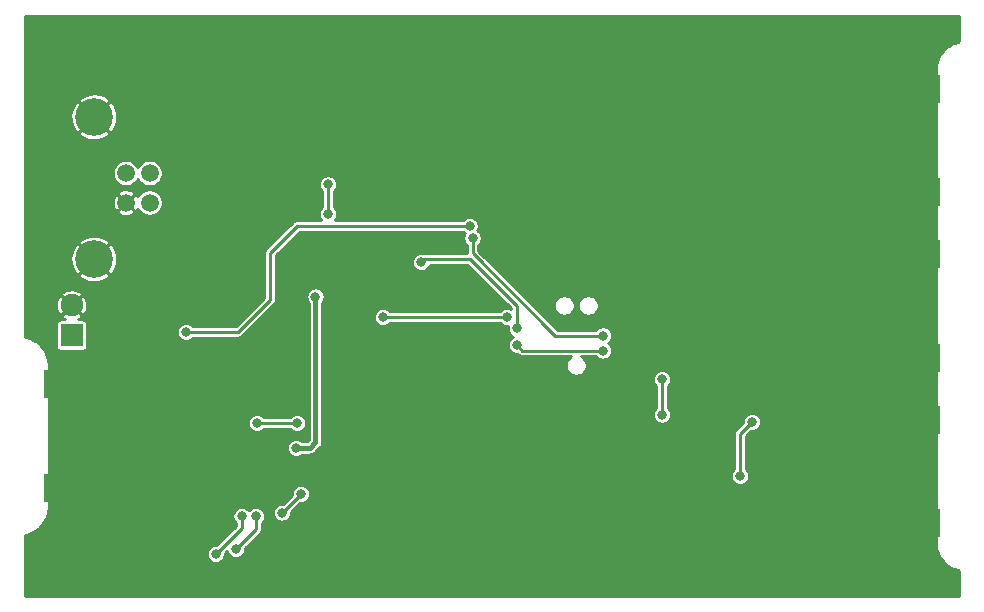
<source format=gbl>
G04 #@! TF.GenerationSoftware,KiCad,Pcbnew,5.0.0-rc2-unknown-68f6e3a~65~ubuntu16.04.1*
G04 #@! TF.CreationDate,2018-06-12T13:32:27+01:00*
G04 #@! TF.ProjectId,gpsdo,677073646F2E6B696361645F70636200,rev?*
G04 #@! TF.SameCoordinates,Original*
G04 #@! TF.FileFunction,Copper,L2,Bot,Signal*
G04 #@! TF.FilePolarity,Positive*
%FSLAX46Y46*%
G04 Gerber Fmt 4.6, Leading zero omitted, Abs format (unit mm)*
G04 Created by KiCad (PCBNEW 5.0.0-rc2-unknown-68f6e3a~65~ubuntu16.04.1) date Tue Jun 12 13:32:27 2018*
%MOMM*%
%LPD*%
G01*
G04 APERTURE LIST*
G04 #@! TA.AperFunction,SMDPad,CuDef*
%ADD10R,5.000000X2.400000*%
G04 #@! TD*
G04 #@! TA.AperFunction,ComponentPad*
%ADD11C,1.500000*%
G04 #@! TD*
G04 #@! TA.AperFunction,ComponentPad*
%ADD12C,3.200000*%
G04 #@! TD*
G04 #@! TA.AperFunction,ComponentPad*
%ADD13R,1.900000X1.900000*%
G04 #@! TD*
G04 #@! TA.AperFunction,ComponentPad*
%ADD14C,1.900000*%
G04 #@! TD*
G04 #@! TA.AperFunction,ViaPad*
%ADD15C,0.800000*%
G04 #@! TD*
G04 #@! TA.AperFunction,Conductor*
%ADD16C,0.250000*%
G04 #@! TD*
G04 #@! TA.AperFunction,Conductor*
%ADD17C,0.400000*%
G04 #@! TD*
G04 APERTURE END LIST*
D10*
G04 #@! TO.P,P2,2*
G04 #@! TO.N,GND*
X175500000Y-134625000D03*
X175500000Y-143375000D03*
G04 #@! TD*
G04 #@! TO.P,P3,2*
G04 #@! TO.N,GND*
X175500000Y-129375000D03*
X175500000Y-120625000D03*
G04 #@! TD*
G04 #@! TO.P,P4,2*
G04 #@! TO.N,GND*
X175500000Y-106625000D03*
X175500000Y-115375000D03*
G04 #@! TD*
G04 #@! TO.P,P5,2*
G04 #@! TO.N,GND*
X104500000Y-131625000D03*
X104500000Y-140375000D03*
G04 #@! TD*
D11*
G04 #@! TO.P,P6,1*
G04 #@! TO.N,5v*
X111000000Y-116250000D03*
G04 #@! TO.P,P6,2*
G04 #@! TO.N,/OTG_HS_DM*
X111000000Y-113750000D03*
G04 #@! TO.P,P6,3*
G04 #@! TO.N,/OTG_HS_DP*
X109000000Y-113750000D03*
G04 #@! TO.P,P6,4*
G04 #@! TO.N,GND*
X109000000Y-116250000D03*
D12*
G04 #@! TO.P,P6,S*
X106290000Y-121020000D03*
X106290000Y-108980000D03*
G04 #@! TD*
D13*
G04 #@! TO.P,J1,1*
G04 #@! TO.N,Net-(D5-Pad2)*
X104400000Y-127470000D03*
D14*
G04 #@! TO.P,J1,2*
G04 #@! TO.N,GND*
X104400000Y-124930000D03*
G04 #@! TD*
D15*
G04 #@! TO.N,3v3*
X149370000Y-128770000D03*
X142100000Y-128300000D03*
X125050000Y-124200000D03*
X123400000Y-137000000D03*
X154400000Y-134200000D03*
X154400000Y-131200000D03*
X162000000Y-134800000D03*
X161000000Y-139400000D03*
G04 #@! TO.N,GND*
X114500000Y-134900000D03*
X117800000Y-134900000D03*
X114550000Y-137100000D03*
X117750000Y-137100000D03*
X111200000Y-143400000D03*
X107000000Y-142600000D03*
X107650000Y-144850000D03*
X108800000Y-146000000D03*
X113600000Y-144600000D03*
X108200000Y-139400000D03*
X109350000Y-138250000D03*
X107950000Y-141450000D03*
X124100000Y-143700000D03*
X127150000Y-143700000D03*
X129100000Y-134500000D03*
X127900000Y-135700000D03*
X130300000Y-135700000D03*
X101000000Y-149000000D03*
X104000000Y-149000000D03*
X107000000Y-149000000D03*
X116000000Y-149000000D03*
X113000000Y-149000000D03*
X110000000Y-149000000D03*
X131000000Y-149000000D03*
X125000000Y-149000000D03*
X122000000Y-149000000D03*
X128000000Y-149000000D03*
X119000000Y-149000000D03*
X134000000Y-149000000D03*
X137000000Y-149000000D03*
X149000000Y-149000000D03*
X152000000Y-149000000D03*
X146000000Y-149000000D03*
X140000000Y-149000000D03*
X143000000Y-149000000D03*
X161000000Y-149000000D03*
X164000000Y-149000000D03*
X155000000Y-149000000D03*
X158000000Y-149000000D03*
X167000000Y-149000000D03*
X170000000Y-149000000D03*
X173000000Y-149000000D03*
X176000000Y-149000000D03*
X179000000Y-149000000D03*
X143000000Y-101000000D03*
X113000000Y-101000000D03*
X119000000Y-101000000D03*
X179000000Y-101000000D03*
X107000000Y-101000000D03*
X131000000Y-101000000D03*
X104000000Y-101000000D03*
X110000000Y-101000000D03*
X155000000Y-101000000D03*
X146000000Y-101000000D03*
X101000000Y-101000000D03*
X134000000Y-101000000D03*
X128000000Y-101000000D03*
X164000000Y-101000000D03*
X137000000Y-101000000D03*
X167000000Y-101000000D03*
X158000000Y-101000000D03*
X173000000Y-101000000D03*
X122000000Y-101000000D03*
X170000000Y-101000000D03*
X140000000Y-101000000D03*
X161000000Y-101000000D03*
X149000000Y-101000000D03*
X116000000Y-101000000D03*
X125000000Y-101000000D03*
X176000000Y-101000000D03*
X152000000Y-101000000D03*
X136250000Y-122750000D03*
X137750000Y-122750000D03*
X117975000Y-120725000D03*
X118800000Y-122200000D03*
X123250000Y-122750000D03*
X123250000Y-121250000D03*
X130250000Y-107250000D03*
X131750000Y-107250000D03*
X137250000Y-107250000D03*
X145600000Y-115500000D03*
X145700000Y-117000000D03*
X137000000Y-121900000D03*
X140000000Y-130000000D03*
X138250000Y-129750000D03*
X138100000Y-110900000D03*
X138100000Y-114500000D03*
X142000000Y-117100000D03*
X138300000Y-117100000D03*
X149370000Y-126230000D03*
X145700000Y-118500000D03*
X143100000Y-120600000D03*
X146200000Y-123400000D03*
X147900000Y-123200000D03*
X148750000Y-122350000D03*
X144775000Y-120400000D03*
X143850000Y-121350000D03*
X144700000Y-124400000D03*
X143800000Y-123350000D03*
X114000000Y-124200000D03*
X115300000Y-125300000D03*
X114300000Y-115300000D03*
X113050000Y-116350000D03*
X164400000Y-139400000D03*
X163500000Y-140300000D03*
X155800000Y-137200000D03*
X156800000Y-139400000D03*
X164600000Y-137800000D03*
X144000000Y-139200000D03*
X149450000Y-137750000D03*
X150700000Y-138900000D03*
X146250000Y-138000000D03*
X147000000Y-136800000D03*
X141600000Y-134600000D03*
X140225000Y-135625000D03*
X135000000Y-139400000D03*
X133900000Y-138500000D03*
X146800000Y-133800000D03*
X150800000Y-134200000D03*
X105000000Y-105000000D03*
X110000000Y-105000000D03*
X115000000Y-105000000D03*
X120000000Y-105000000D03*
X125000000Y-105000000D03*
X125000000Y-110000000D03*
X120000000Y-110000000D03*
X115000000Y-110000000D03*
X110000000Y-110000000D03*
X130000000Y-105000000D03*
X135000000Y-105000000D03*
X140000000Y-105000000D03*
X145000000Y-105000000D03*
X150000000Y-105000000D03*
X155000000Y-105000000D03*
X160000000Y-105000000D03*
X170000000Y-105000000D03*
X165000000Y-105000000D03*
X165000000Y-110000000D03*
X160000000Y-110000000D03*
X155000000Y-110000000D03*
X150000000Y-110000000D03*
X145000000Y-110000000D03*
X140000000Y-110000000D03*
X135000000Y-110000000D03*
X150000000Y-115000000D03*
X155000000Y-115000000D03*
X160000000Y-115000000D03*
X165000000Y-115000000D03*
X170000000Y-115000000D03*
X170000000Y-110000000D03*
X170000000Y-120000000D03*
X165000000Y-120000000D03*
X160000000Y-120000000D03*
X155000000Y-120000000D03*
X150000000Y-120000000D03*
X150000000Y-125000000D03*
X155000000Y-125000000D03*
X160000000Y-125000000D03*
X165000000Y-125000000D03*
X165000000Y-130000000D03*
X160000000Y-130000000D03*
X170000000Y-130000000D03*
X170000000Y-135000000D03*
X170000000Y-145000000D03*
X160000000Y-145000000D03*
X155000000Y-145000000D03*
X150000000Y-145000000D03*
X145000000Y-145000000D03*
X140000000Y-145000000D03*
X135000000Y-145000000D03*
X130000000Y-145000000D03*
X135000000Y-135000000D03*
X115000000Y-130000000D03*
X120000000Y-130000000D03*
X110000000Y-135000000D03*
X110000000Y-125000000D03*
X110000000Y-120000000D03*
X105000000Y-115000000D03*
X120000000Y-120000000D03*
X125000000Y-120000000D03*
X135000000Y-120000000D03*
X165000000Y-145000000D03*
X125000000Y-145000000D03*
X105000000Y-145000000D03*
X170000000Y-140000000D03*
X146250000Y-139500000D03*
X148500000Y-139500000D03*
X158600000Y-139000000D03*
X149100000Y-134200000D03*
X138650000Y-134100000D03*
X144000000Y-138000000D03*
X142900000Y-133800000D03*
X140250000Y-133800000D03*
X137200000Y-139000000D03*
X116150000Y-133550000D03*
X112250000Y-135000000D03*
X113650000Y-138350000D03*
X103400000Y-142850000D03*
X105300000Y-142850000D03*
X103050000Y-129350000D03*
X105850000Y-129350000D03*
X108150000Y-131550000D03*
X107950000Y-135000000D03*
X107900000Y-137050000D03*
X109950000Y-137100000D03*
X112750000Y-137100000D03*
X174000000Y-131800000D03*
X176000000Y-131800000D03*
X174200000Y-146000000D03*
X176000000Y-146000000D03*
X174000000Y-118000000D03*
X176000000Y-118000000D03*
X174000000Y-104000000D03*
X176000000Y-104000000D03*
X154600000Y-139400000D03*
X158200000Y-134400000D03*
X140000000Y-137800000D03*
X163600000Y-137800000D03*
X133000000Y-141400000D03*
X148000000Y-141400000D03*
X143000000Y-141400000D03*
X158000000Y-141400000D03*
X153000000Y-141400000D03*
X138000000Y-141400000D03*
X127800000Y-139400000D03*
X132800000Y-139400000D03*
X163800000Y-142600000D03*
X167200000Y-139200000D03*
X168000000Y-142600000D03*
X170000000Y-137800000D03*
X132200000Y-131200000D03*
X127200000Y-131200000D03*
X128400000Y-127200000D03*
X123400000Y-127200000D03*
G04 #@! TO.N,/~RST*
X138350000Y-119250000D03*
X149400000Y-127500000D03*
G04 #@! TO.N,/STATUS*
X138100000Y-118200000D03*
X114100000Y-127200000D03*
G04 #@! TO.N,/OTG_HS_VBUS*
X126100000Y-114700000D03*
X126100000Y-117200000D03*
G04 #@! TO.N,/SWDIO*
X142100000Y-126900000D03*
X134000000Y-121300000D03*
G04 #@! TO.N,/SWDCLK*
X130750000Y-125950000D03*
X141250000Y-125950000D03*
G04 #@! TO.N,/~FLAG*
X118800000Y-142800000D03*
X116600000Y-146000000D03*
G04 #@! TO.N,/~ANT_EN*
X120000000Y-142800000D03*
X118300000Y-145600000D03*
G04 #@! TO.N,/GPS_RST*
X120100000Y-134900000D03*
X123500000Y-134900000D03*
G04 #@! TO.N,/USART1_TX*
X122200000Y-142500000D03*
X123800000Y-140900000D03*
G04 #@! TD*
D16*
G04 #@! TO.N,3v3*
X149370000Y-128770000D02*
X142570000Y-128770000D01*
X142570000Y-128770000D02*
X142100000Y-128300000D01*
D17*
X124600000Y-137000000D02*
X123400000Y-137000000D01*
X125050000Y-136550000D02*
X124600000Y-137000000D01*
X125050000Y-124200000D02*
X125050000Y-136550000D01*
D16*
X154400000Y-134200000D02*
X154400000Y-131200000D01*
X161000000Y-135800000D02*
X162000000Y-134800000D01*
X161000000Y-139400000D02*
X161000000Y-135800000D01*
G04 #@! TO.N,/~RST*
X138350000Y-119250000D02*
X138350000Y-120550000D01*
X149400000Y-127500000D02*
X145300000Y-127500000D01*
X145300000Y-127500000D02*
X145100000Y-127300000D01*
X138350000Y-120550000D02*
X145100000Y-127300000D01*
G04 #@! TO.N,/STATUS*
X114100000Y-127200000D02*
X118500000Y-127200000D01*
X118500000Y-127200000D02*
X121200000Y-124500000D01*
X121200000Y-124500000D02*
X121200000Y-120500000D01*
X123500000Y-118200000D02*
X138100000Y-118200000D01*
X121200000Y-120500000D02*
X123500000Y-118200000D01*
G04 #@! TO.N,/OTG_HS_VBUS*
X126100000Y-114700000D02*
X126100000Y-117200000D01*
G04 #@! TO.N,/SWDIO*
X142100000Y-125300000D02*
X142100000Y-126900000D01*
X134300000Y-121000000D02*
X134000000Y-121300000D01*
X138100000Y-121000000D02*
X134300000Y-121000000D01*
X142100000Y-125000000D02*
X138100000Y-121000000D01*
X142100000Y-126900000D02*
X142100000Y-125000000D01*
G04 #@! TO.N,/SWDCLK*
X130750000Y-125950000D02*
X141250000Y-125950000D01*
G04 #@! TO.N,/~FLAG*
X118800000Y-142800000D02*
X118800000Y-143800000D01*
X118800000Y-143800000D02*
X116600000Y-146000000D01*
G04 #@! TO.N,/~ANT_EN*
X120000000Y-142800000D02*
X120000000Y-143900000D01*
X120000000Y-143900000D02*
X118300000Y-145600000D01*
G04 #@! TO.N,/GPS_RST*
X120100000Y-134900000D02*
X123500000Y-134900000D01*
G04 #@! TO.N,/USART1_TX*
X122200000Y-142500000D02*
X123800000Y-140900000D01*
G04 #@! TD*
G04 #@! TO.N,GND*
G36*
X179550001Y-102593480D02*
X179510822Y-102601523D01*
X179470790Y-102609159D01*
X179464775Y-102610975D01*
X179091900Y-102726399D01*
X179054306Y-102742202D01*
X179016486Y-102757482D01*
X179010939Y-102760432D01*
X178667583Y-102946083D01*
X178633727Y-102968919D01*
X178599642Y-102991224D01*
X178594772Y-102995195D01*
X178294018Y-103244002D01*
X178265276Y-103272946D01*
X178236139Y-103301478D01*
X178232134Y-103306319D01*
X177985433Y-103608804D01*
X177962857Y-103642783D01*
X177939820Y-103676428D01*
X177936835Y-103681950D01*
X177936832Y-103681954D01*
X177936832Y-103681955D01*
X177753582Y-104026596D01*
X177738029Y-104064331D01*
X177721972Y-104101793D01*
X177720114Y-104107795D01*
X177607296Y-104481467D01*
X177599366Y-104521518D01*
X177590895Y-104561370D01*
X177590238Y-104567618D01*
X177552168Y-104955883D01*
X177550000Y-104977896D01*
X177550001Y-145022105D01*
X177551988Y-145042282D01*
X177551901Y-145054748D01*
X177552514Y-145061001D01*
X177593315Y-145449194D01*
X177601518Y-145489153D01*
X177609159Y-145529209D01*
X177610975Y-145535225D01*
X177726399Y-145908099D01*
X177742197Y-145945680D01*
X177757482Y-145983514D01*
X177760432Y-145989062D01*
X177946083Y-146332417D01*
X177968886Y-146366224D01*
X177991223Y-146400358D01*
X177995195Y-146405227D01*
X178244001Y-146705982D01*
X178272945Y-146734724D01*
X178301477Y-146763861D01*
X178306319Y-146767866D01*
X178608803Y-147014567D01*
X178642806Y-147037158D01*
X178676427Y-147060180D01*
X178681954Y-147063168D01*
X179026596Y-147246418D01*
X179064302Y-147261959D01*
X179101793Y-147278028D01*
X179107795Y-147279886D01*
X179481466Y-147392704D01*
X179521532Y-147400637D01*
X179550000Y-147406688D01*
X179550001Y-149550000D01*
X100450000Y-149550000D01*
X100450000Y-145923669D01*
X115825000Y-145923669D01*
X115825000Y-146076331D01*
X115854783Y-146226059D01*
X115913204Y-146367100D01*
X115998018Y-146494034D01*
X116105966Y-146601982D01*
X116232900Y-146686796D01*
X116373941Y-146745217D01*
X116523669Y-146775000D01*
X116676331Y-146775000D01*
X116826059Y-146745217D01*
X116967100Y-146686796D01*
X117094034Y-146601982D01*
X117201982Y-146494034D01*
X117286796Y-146367100D01*
X117345217Y-146226059D01*
X117375000Y-146076331D01*
X117375000Y-145932105D01*
X117542549Y-145764556D01*
X117554783Y-145826059D01*
X117613204Y-145967100D01*
X117698018Y-146094034D01*
X117805966Y-146201982D01*
X117932900Y-146286796D01*
X118073941Y-146345217D01*
X118223669Y-146375000D01*
X118376331Y-146375000D01*
X118526059Y-146345217D01*
X118667100Y-146286796D01*
X118794034Y-146201982D01*
X118901982Y-146094034D01*
X118986796Y-145967100D01*
X119045217Y-145826059D01*
X119075000Y-145676331D01*
X119075000Y-145532105D01*
X120336181Y-144270925D01*
X120355264Y-144255264D01*
X120417746Y-144179129D01*
X120464175Y-144092267D01*
X120492765Y-143998017D01*
X120500000Y-143924560D01*
X120500000Y-143924559D01*
X120502419Y-143900001D01*
X120500000Y-143875443D01*
X120500000Y-143396016D01*
X120601982Y-143294034D01*
X120686796Y-143167100D01*
X120745217Y-143026059D01*
X120775000Y-142876331D01*
X120775000Y-142723669D01*
X120745217Y-142573941D01*
X120686796Y-142432900D01*
X120680629Y-142423669D01*
X121425000Y-142423669D01*
X121425000Y-142576331D01*
X121454783Y-142726059D01*
X121513204Y-142867100D01*
X121598018Y-142994034D01*
X121705966Y-143101982D01*
X121832900Y-143186796D01*
X121973941Y-143245217D01*
X122123669Y-143275000D01*
X122276331Y-143275000D01*
X122426059Y-143245217D01*
X122567100Y-143186796D01*
X122694034Y-143101982D01*
X122801982Y-142994034D01*
X122886796Y-142867100D01*
X122945217Y-142726059D01*
X122975000Y-142576331D01*
X122975000Y-142432106D01*
X123732106Y-141675000D01*
X123876331Y-141675000D01*
X124026059Y-141645217D01*
X124167100Y-141586796D01*
X124294034Y-141501982D01*
X124401982Y-141394034D01*
X124486796Y-141267100D01*
X124545217Y-141126059D01*
X124575000Y-140976331D01*
X124575000Y-140823669D01*
X124545217Y-140673941D01*
X124486796Y-140532900D01*
X124401982Y-140405966D01*
X124294034Y-140298018D01*
X124167100Y-140213204D01*
X124026059Y-140154783D01*
X123876331Y-140125000D01*
X123723669Y-140125000D01*
X123573941Y-140154783D01*
X123432900Y-140213204D01*
X123305966Y-140298018D01*
X123198018Y-140405966D01*
X123113204Y-140532900D01*
X123054783Y-140673941D01*
X123025000Y-140823669D01*
X123025000Y-140967894D01*
X122267894Y-141725000D01*
X122123669Y-141725000D01*
X121973941Y-141754783D01*
X121832900Y-141813204D01*
X121705966Y-141898018D01*
X121598018Y-142005966D01*
X121513204Y-142132900D01*
X121454783Y-142273941D01*
X121425000Y-142423669D01*
X120680629Y-142423669D01*
X120601982Y-142305966D01*
X120494034Y-142198018D01*
X120367100Y-142113204D01*
X120226059Y-142054783D01*
X120076331Y-142025000D01*
X119923669Y-142025000D01*
X119773941Y-142054783D01*
X119632900Y-142113204D01*
X119505966Y-142198018D01*
X119400000Y-142303984D01*
X119294034Y-142198018D01*
X119167100Y-142113204D01*
X119026059Y-142054783D01*
X118876331Y-142025000D01*
X118723669Y-142025000D01*
X118573941Y-142054783D01*
X118432900Y-142113204D01*
X118305966Y-142198018D01*
X118198018Y-142305966D01*
X118113204Y-142432900D01*
X118054783Y-142573941D01*
X118025000Y-142723669D01*
X118025000Y-142876331D01*
X118054783Y-143026059D01*
X118113204Y-143167100D01*
X118198018Y-143294034D01*
X118300001Y-143396017D01*
X118300001Y-143592892D01*
X116667895Y-145225000D01*
X116523669Y-145225000D01*
X116373941Y-145254783D01*
X116232900Y-145313204D01*
X116105966Y-145398018D01*
X115998018Y-145505966D01*
X115913204Y-145632900D01*
X115854783Y-145773941D01*
X115825000Y-145923669D01*
X100450000Y-145923669D01*
X100450000Y-144406520D01*
X100489153Y-144398482D01*
X100529209Y-144390841D01*
X100535225Y-144389025D01*
X100908099Y-144273601D01*
X100945680Y-144257803D01*
X100983514Y-144242518D01*
X100989062Y-144239568D01*
X101332417Y-144053917D01*
X101366224Y-144031114D01*
X101400358Y-144008777D01*
X101405227Y-144004805D01*
X101705982Y-143755999D01*
X101734724Y-143727055D01*
X101763861Y-143698523D01*
X101767866Y-143693681D01*
X102014567Y-143391197D01*
X102037158Y-143357194D01*
X102060180Y-143323573D01*
X102063168Y-143318046D01*
X102246418Y-142973404D01*
X102261959Y-142935698D01*
X102278028Y-142898207D01*
X102279886Y-142892205D01*
X102392704Y-142518534D01*
X102400637Y-142478468D01*
X102409105Y-142438630D01*
X102409762Y-142432382D01*
X102447852Y-142043913D01*
X102450000Y-142022105D01*
X102450000Y-139323669D01*
X160225000Y-139323669D01*
X160225000Y-139476331D01*
X160254783Y-139626059D01*
X160313204Y-139767100D01*
X160398018Y-139894034D01*
X160505966Y-140001982D01*
X160632900Y-140086796D01*
X160773941Y-140145217D01*
X160923669Y-140175000D01*
X161076331Y-140175000D01*
X161226059Y-140145217D01*
X161367100Y-140086796D01*
X161494034Y-140001982D01*
X161601982Y-139894034D01*
X161686796Y-139767100D01*
X161745217Y-139626059D01*
X161775000Y-139476331D01*
X161775000Y-139323669D01*
X161745217Y-139173941D01*
X161686796Y-139032900D01*
X161601982Y-138905966D01*
X161500000Y-138803984D01*
X161500000Y-136007105D01*
X161932106Y-135575000D01*
X162076331Y-135575000D01*
X162226059Y-135545217D01*
X162367100Y-135486796D01*
X162494034Y-135401982D01*
X162601982Y-135294034D01*
X162686796Y-135167100D01*
X162745217Y-135026059D01*
X162775000Y-134876331D01*
X162775000Y-134723669D01*
X162745217Y-134573941D01*
X162686796Y-134432900D01*
X162601982Y-134305966D01*
X162494034Y-134198018D01*
X162367100Y-134113204D01*
X162226059Y-134054783D01*
X162076331Y-134025000D01*
X161923669Y-134025000D01*
X161773941Y-134054783D01*
X161632900Y-134113204D01*
X161505966Y-134198018D01*
X161398018Y-134305966D01*
X161313204Y-134432900D01*
X161254783Y-134573941D01*
X161225000Y-134723669D01*
X161225000Y-134867894D01*
X160663819Y-135429076D01*
X160644737Y-135444736D01*
X160582255Y-135520871D01*
X160569242Y-135545217D01*
X160535826Y-135607733D01*
X160507235Y-135701983D01*
X160497581Y-135800000D01*
X160500001Y-135824570D01*
X160500000Y-138803984D01*
X160398018Y-138905966D01*
X160313204Y-139032900D01*
X160254783Y-139173941D01*
X160225000Y-139323669D01*
X102450000Y-139323669D01*
X102450000Y-136923669D01*
X122625000Y-136923669D01*
X122625000Y-137076331D01*
X122654783Y-137226059D01*
X122713204Y-137367100D01*
X122798018Y-137494034D01*
X122905966Y-137601982D01*
X123032900Y-137686796D01*
X123173941Y-137745217D01*
X123323669Y-137775000D01*
X123476331Y-137775000D01*
X123626059Y-137745217D01*
X123767100Y-137686796D01*
X123894034Y-137601982D01*
X123921016Y-137575000D01*
X124571757Y-137575000D01*
X124600000Y-137577782D01*
X124628243Y-137575000D01*
X124628246Y-137575000D01*
X124712720Y-137566680D01*
X124821108Y-137533801D01*
X124920998Y-137480408D01*
X125008554Y-137408554D01*
X125026565Y-137386607D01*
X125436612Y-136976561D01*
X125458554Y-136958554D01*
X125492782Y-136916847D01*
X125530408Y-136870999D01*
X125583801Y-136771108D01*
X125616680Y-136662720D01*
X125625000Y-136578246D01*
X125625000Y-136578244D01*
X125627782Y-136550001D01*
X125625000Y-136521758D01*
X125625000Y-131123669D01*
X153625000Y-131123669D01*
X153625000Y-131276331D01*
X153654783Y-131426059D01*
X153713204Y-131567100D01*
X153798018Y-131694034D01*
X153900001Y-131796017D01*
X153900000Y-133603984D01*
X153798018Y-133705966D01*
X153713204Y-133832900D01*
X153654783Y-133973941D01*
X153625000Y-134123669D01*
X153625000Y-134276331D01*
X153654783Y-134426059D01*
X153713204Y-134567100D01*
X153798018Y-134694034D01*
X153905966Y-134801982D01*
X154032900Y-134886796D01*
X154173941Y-134945217D01*
X154323669Y-134975000D01*
X154476331Y-134975000D01*
X154626059Y-134945217D01*
X154767100Y-134886796D01*
X154894034Y-134801982D01*
X155001982Y-134694034D01*
X155086796Y-134567100D01*
X155145217Y-134426059D01*
X155175000Y-134276331D01*
X155175000Y-134123669D01*
X155145217Y-133973941D01*
X155086796Y-133832900D01*
X155001982Y-133705966D01*
X154900000Y-133603984D01*
X154900000Y-131796016D01*
X155001982Y-131694034D01*
X155086796Y-131567100D01*
X155145217Y-131426059D01*
X155175000Y-131276331D01*
X155175000Y-131123669D01*
X155145217Y-130973941D01*
X155086796Y-130832900D01*
X155001982Y-130705966D01*
X154894034Y-130598018D01*
X154767100Y-130513204D01*
X154626059Y-130454783D01*
X154476331Y-130425000D01*
X154323669Y-130425000D01*
X154173941Y-130454783D01*
X154032900Y-130513204D01*
X153905966Y-130598018D01*
X153798018Y-130705966D01*
X153713204Y-130832900D01*
X153654783Y-130973941D01*
X153625000Y-131123669D01*
X125625000Y-131123669D01*
X125625000Y-124721016D01*
X125651982Y-124694034D01*
X125736796Y-124567100D01*
X125795217Y-124426059D01*
X125825000Y-124276331D01*
X125825000Y-124123669D01*
X125795217Y-123973941D01*
X125736796Y-123832900D01*
X125651982Y-123705966D01*
X125544034Y-123598018D01*
X125417100Y-123513204D01*
X125276059Y-123454783D01*
X125126331Y-123425000D01*
X124973669Y-123425000D01*
X124823941Y-123454783D01*
X124682900Y-123513204D01*
X124555966Y-123598018D01*
X124448018Y-123705966D01*
X124363204Y-123832900D01*
X124304783Y-123973941D01*
X124275000Y-124123669D01*
X124275000Y-124276331D01*
X124304783Y-124426059D01*
X124363204Y-124567100D01*
X124448018Y-124694034D01*
X124475000Y-124721016D01*
X124475001Y-136311826D01*
X124361828Y-136425000D01*
X123921016Y-136425000D01*
X123894034Y-136398018D01*
X123767100Y-136313204D01*
X123626059Y-136254783D01*
X123476331Y-136225000D01*
X123323669Y-136225000D01*
X123173941Y-136254783D01*
X123032900Y-136313204D01*
X122905966Y-136398018D01*
X122798018Y-136505966D01*
X122713204Y-136632900D01*
X122654783Y-136773941D01*
X122625000Y-136923669D01*
X102450000Y-136923669D01*
X102450000Y-134823669D01*
X119325000Y-134823669D01*
X119325000Y-134976331D01*
X119354783Y-135126059D01*
X119413204Y-135267100D01*
X119498018Y-135394034D01*
X119605966Y-135501982D01*
X119732900Y-135586796D01*
X119873941Y-135645217D01*
X120023669Y-135675000D01*
X120176331Y-135675000D01*
X120326059Y-135645217D01*
X120467100Y-135586796D01*
X120594034Y-135501982D01*
X120696016Y-135400000D01*
X122903984Y-135400000D01*
X123005966Y-135501982D01*
X123132900Y-135586796D01*
X123273941Y-135645217D01*
X123423669Y-135675000D01*
X123576331Y-135675000D01*
X123726059Y-135645217D01*
X123867100Y-135586796D01*
X123994034Y-135501982D01*
X124101982Y-135394034D01*
X124186796Y-135267100D01*
X124245217Y-135126059D01*
X124275000Y-134976331D01*
X124275000Y-134823669D01*
X124245217Y-134673941D01*
X124186796Y-134532900D01*
X124101982Y-134405966D01*
X123994034Y-134298018D01*
X123867100Y-134213204D01*
X123726059Y-134154783D01*
X123576331Y-134125000D01*
X123423669Y-134125000D01*
X123273941Y-134154783D01*
X123132900Y-134213204D01*
X123005966Y-134298018D01*
X122903984Y-134400000D01*
X120696016Y-134400000D01*
X120594034Y-134298018D01*
X120467100Y-134213204D01*
X120326059Y-134154783D01*
X120176331Y-134125000D01*
X120023669Y-134125000D01*
X119873941Y-134154783D01*
X119732900Y-134213204D01*
X119605966Y-134298018D01*
X119498018Y-134405966D01*
X119413204Y-134532900D01*
X119354783Y-134673941D01*
X119325000Y-134823669D01*
X102450000Y-134823669D01*
X102450000Y-129977895D01*
X102448012Y-129957709D01*
X102448099Y-129945252D01*
X102447486Y-129938999D01*
X102406685Y-129550806D01*
X102398477Y-129510822D01*
X102390841Y-129470790D01*
X102389025Y-129464775D01*
X102273601Y-129091900D01*
X102257798Y-129054306D01*
X102242518Y-129016486D01*
X102239568Y-129010939D01*
X102053917Y-128667583D01*
X102031081Y-128633727D01*
X102008776Y-128599642D01*
X102004805Y-128594772D01*
X101755998Y-128294018D01*
X101727054Y-128265276D01*
X101698522Y-128236139D01*
X101693681Y-128232134D01*
X101391196Y-127985433D01*
X101357217Y-127962857D01*
X101323572Y-127939820D01*
X101318050Y-127936835D01*
X101318046Y-127936832D01*
X101318042Y-127936830D01*
X100973404Y-127753582D01*
X100935669Y-127738029D01*
X100898207Y-127721972D01*
X100892209Y-127720115D01*
X100892203Y-127720113D01*
X100518533Y-127607296D01*
X100478482Y-127599366D01*
X100450000Y-127593312D01*
X100450000Y-126520000D01*
X103073186Y-126520000D01*
X103073186Y-128420000D01*
X103080426Y-128493513D01*
X103101869Y-128564200D01*
X103136691Y-128629347D01*
X103183552Y-128686448D01*
X103240653Y-128733309D01*
X103305800Y-128768131D01*
X103376487Y-128789574D01*
X103450000Y-128796814D01*
X105350000Y-128796814D01*
X105423513Y-128789574D01*
X105494200Y-128768131D01*
X105559347Y-128733309D01*
X105616448Y-128686448D01*
X105663309Y-128629347D01*
X105698131Y-128564200D01*
X105719574Y-128493513D01*
X105726814Y-128420000D01*
X105726814Y-127123669D01*
X113325000Y-127123669D01*
X113325000Y-127276331D01*
X113354783Y-127426059D01*
X113413204Y-127567100D01*
X113498018Y-127694034D01*
X113605966Y-127801982D01*
X113732900Y-127886796D01*
X113873941Y-127945217D01*
X114023669Y-127975000D01*
X114176331Y-127975000D01*
X114326059Y-127945217D01*
X114467100Y-127886796D01*
X114594034Y-127801982D01*
X114696016Y-127700000D01*
X118475440Y-127700000D01*
X118500000Y-127702419D01*
X118524560Y-127700000D01*
X118598017Y-127692765D01*
X118692267Y-127664175D01*
X118779129Y-127617746D01*
X118855264Y-127555264D01*
X118870929Y-127536176D01*
X121536187Y-124870920D01*
X121555264Y-124855264D01*
X121617746Y-124779129D01*
X121664175Y-124692267D01*
X121692765Y-124598017D01*
X121700000Y-124524560D01*
X121700000Y-124524559D01*
X121702419Y-124500000D01*
X121700000Y-124475440D01*
X121700000Y-120707105D01*
X123707106Y-118700000D01*
X137503984Y-118700000D01*
X137605966Y-118801982D01*
X137682916Y-118853398D01*
X137663204Y-118882900D01*
X137604783Y-119023941D01*
X137575000Y-119173669D01*
X137575000Y-119326331D01*
X137604783Y-119476059D01*
X137663204Y-119617100D01*
X137748018Y-119744034D01*
X137850000Y-119846016D01*
X137850001Y-120500000D01*
X134324557Y-120500000D01*
X134299999Y-120497581D01*
X134275441Y-120500000D01*
X134275440Y-120500000D01*
X134201983Y-120507235D01*
X134116849Y-120533060D01*
X134076331Y-120525000D01*
X133923669Y-120525000D01*
X133773941Y-120554783D01*
X133632900Y-120613204D01*
X133505966Y-120698018D01*
X133398018Y-120805966D01*
X133313204Y-120932900D01*
X133254783Y-121073941D01*
X133225000Y-121223669D01*
X133225000Y-121376331D01*
X133254783Y-121526059D01*
X133313204Y-121667100D01*
X133398018Y-121794034D01*
X133505966Y-121901982D01*
X133632900Y-121986796D01*
X133773941Y-122045217D01*
X133923669Y-122075000D01*
X134076331Y-122075000D01*
X134226059Y-122045217D01*
X134367100Y-121986796D01*
X134494034Y-121901982D01*
X134601982Y-121794034D01*
X134686796Y-121667100D01*
X134745217Y-121526059D01*
X134750401Y-121500000D01*
X137892895Y-121500000D01*
X141600001Y-125207108D01*
X141600001Y-125256121D01*
X141476059Y-125204783D01*
X141326331Y-125175000D01*
X141173669Y-125175000D01*
X141023941Y-125204783D01*
X140882900Y-125263204D01*
X140755966Y-125348018D01*
X140653984Y-125450000D01*
X131346016Y-125450000D01*
X131244034Y-125348018D01*
X131117100Y-125263204D01*
X130976059Y-125204783D01*
X130826331Y-125175000D01*
X130673669Y-125175000D01*
X130523941Y-125204783D01*
X130382900Y-125263204D01*
X130255966Y-125348018D01*
X130148018Y-125455966D01*
X130063204Y-125582900D01*
X130004783Y-125723941D01*
X129975000Y-125873669D01*
X129975000Y-126026331D01*
X130004783Y-126176059D01*
X130063204Y-126317100D01*
X130148018Y-126444034D01*
X130255966Y-126551982D01*
X130382900Y-126636796D01*
X130523941Y-126695217D01*
X130673669Y-126725000D01*
X130826331Y-126725000D01*
X130976059Y-126695217D01*
X131117100Y-126636796D01*
X131244034Y-126551982D01*
X131346016Y-126450000D01*
X140653984Y-126450000D01*
X140755966Y-126551982D01*
X140882900Y-126636796D01*
X141023941Y-126695217D01*
X141173669Y-126725000D01*
X141326331Y-126725000D01*
X141345380Y-126721211D01*
X141325000Y-126823669D01*
X141325000Y-126976331D01*
X141354783Y-127126059D01*
X141413204Y-127267100D01*
X141498018Y-127394034D01*
X141605966Y-127501982D01*
X141732900Y-127586796D01*
X141764777Y-127600000D01*
X141732900Y-127613204D01*
X141605966Y-127698018D01*
X141498018Y-127805966D01*
X141413204Y-127932900D01*
X141354783Y-128073941D01*
X141325000Y-128223669D01*
X141325000Y-128376331D01*
X141354783Y-128526059D01*
X141413204Y-128667100D01*
X141498018Y-128794034D01*
X141605966Y-128901982D01*
X141732900Y-128986796D01*
X141873941Y-129045217D01*
X142023669Y-129075000D01*
X142167893Y-129075000D01*
X142199079Y-129106186D01*
X142214736Y-129125264D01*
X142290871Y-129187746D01*
X142377733Y-129234175D01*
X142471983Y-129262765D01*
X142545440Y-129270000D01*
X142545449Y-129270000D01*
X142569999Y-129272418D01*
X142594549Y-129270000D01*
X146712428Y-129270000D01*
X146577220Y-129360343D01*
X146455343Y-129482220D01*
X146359585Y-129625532D01*
X146293626Y-129784772D01*
X146260000Y-129953820D01*
X146260000Y-130126180D01*
X146293626Y-130295228D01*
X146359585Y-130454468D01*
X146455343Y-130597780D01*
X146577220Y-130719657D01*
X146720532Y-130815415D01*
X146879772Y-130881374D01*
X147048820Y-130915000D01*
X147221180Y-130915000D01*
X147390228Y-130881374D01*
X147549468Y-130815415D01*
X147692780Y-130719657D01*
X147814657Y-130597780D01*
X147910415Y-130454468D01*
X147976374Y-130295228D01*
X148010000Y-130126180D01*
X148010000Y-129953820D01*
X147976374Y-129784772D01*
X147910415Y-129625532D01*
X147814657Y-129482220D01*
X147692780Y-129360343D01*
X147557572Y-129270000D01*
X148773984Y-129270000D01*
X148875966Y-129371982D01*
X149002900Y-129456796D01*
X149143941Y-129515217D01*
X149293669Y-129545000D01*
X149446331Y-129545000D01*
X149596059Y-129515217D01*
X149737100Y-129456796D01*
X149864034Y-129371982D01*
X149971982Y-129264034D01*
X150056796Y-129137100D01*
X150115217Y-128996059D01*
X150145000Y-128846331D01*
X150145000Y-128693669D01*
X150115217Y-128543941D01*
X150056796Y-128402900D01*
X149971982Y-128275966D01*
X149864034Y-128168018D01*
X149829619Y-128145023D01*
X149894034Y-128101982D01*
X150001982Y-127994034D01*
X150086796Y-127867100D01*
X150145217Y-127726059D01*
X150175000Y-127576331D01*
X150175000Y-127423669D01*
X150145217Y-127273941D01*
X150086796Y-127132900D01*
X150001982Y-127005966D01*
X149894034Y-126898018D01*
X149767100Y-126813204D01*
X149626059Y-126754783D01*
X149476331Y-126725000D01*
X149323669Y-126725000D01*
X149173941Y-126754783D01*
X149032900Y-126813204D01*
X148905966Y-126898018D01*
X148803984Y-127000000D01*
X145507105Y-127000000D01*
X145470928Y-126963823D01*
X145470920Y-126963813D01*
X143380927Y-124873820D01*
X145244000Y-124873820D01*
X145244000Y-125046180D01*
X145277626Y-125215228D01*
X145343585Y-125374468D01*
X145439343Y-125517780D01*
X145561220Y-125639657D01*
X145704532Y-125735415D01*
X145863772Y-125801374D01*
X146032820Y-125835000D01*
X146205180Y-125835000D01*
X146374228Y-125801374D01*
X146533468Y-125735415D01*
X146676780Y-125639657D01*
X146798657Y-125517780D01*
X146894415Y-125374468D01*
X146960374Y-125215228D01*
X146994000Y-125046180D01*
X146994000Y-124873820D01*
X147276000Y-124873820D01*
X147276000Y-125046180D01*
X147309626Y-125215228D01*
X147375585Y-125374468D01*
X147471343Y-125517780D01*
X147593220Y-125639657D01*
X147736532Y-125735415D01*
X147895772Y-125801374D01*
X148064820Y-125835000D01*
X148237180Y-125835000D01*
X148406228Y-125801374D01*
X148565468Y-125735415D01*
X148708780Y-125639657D01*
X148830657Y-125517780D01*
X148926415Y-125374468D01*
X148992374Y-125215228D01*
X149026000Y-125046180D01*
X149026000Y-124873820D01*
X148992374Y-124704772D01*
X148926415Y-124545532D01*
X148830657Y-124402220D01*
X148708780Y-124280343D01*
X148565468Y-124184585D01*
X148406228Y-124118626D01*
X148237180Y-124085000D01*
X148064820Y-124085000D01*
X147895772Y-124118626D01*
X147736532Y-124184585D01*
X147593220Y-124280343D01*
X147471343Y-124402220D01*
X147375585Y-124545532D01*
X147309626Y-124704772D01*
X147276000Y-124873820D01*
X146994000Y-124873820D01*
X146960374Y-124704772D01*
X146894415Y-124545532D01*
X146798657Y-124402220D01*
X146676780Y-124280343D01*
X146533468Y-124184585D01*
X146374228Y-124118626D01*
X146205180Y-124085000D01*
X146032820Y-124085000D01*
X145863772Y-124118626D01*
X145704532Y-124184585D01*
X145561220Y-124280343D01*
X145439343Y-124402220D01*
X145343585Y-124545532D01*
X145277626Y-124704772D01*
X145244000Y-124873820D01*
X143380927Y-124873820D01*
X138850000Y-120342895D01*
X138850000Y-119846016D01*
X138951982Y-119744034D01*
X139036796Y-119617100D01*
X139095217Y-119476059D01*
X139125000Y-119326331D01*
X139125000Y-119173669D01*
X139095217Y-119023941D01*
X139036796Y-118882900D01*
X138951982Y-118755966D01*
X138844034Y-118648018D01*
X138767084Y-118596602D01*
X138786796Y-118567100D01*
X138845217Y-118426059D01*
X138875000Y-118276331D01*
X138875000Y-118123669D01*
X138845217Y-117973941D01*
X138786796Y-117832900D01*
X138701982Y-117705966D01*
X138594034Y-117598018D01*
X138467100Y-117513204D01*
X138326059Y-117454783D01*
X138176331Y-117425000D01*
X138023669Y-117425000D01*
X137873941Y-117454783D01*
X137732900Y-117513204D01*
X137605966Y-117598018D01*
X137503984Y-117700000D01*
X126696016Y-117700000D01*
X126701982Y-117694034D01*
X126786796Y-117567100D01*
X126845217Y-117426059D01*
X126875000Y-117276331D01*
X126875000Y-117123669D01*
X126845217Y-116973941D01*
X126786796Y-116832900D01*
X126701982Y-116705966D01*
X126600000Y-116603984D01*
X126600000Y-115296016D01*
X126701982Y-115194034D01*
X126786796Y-115067100D01*
X126845217Y-114926059D01*
X126875000Y-114776331D01*
X126875000Y-114623669D01*
X126845217Y-114473941D01*
X126786796Y-114332900D01*
X126701982Y-114205966D01*
X126594034Y-114098018D01*
X126467100Y-114013204D01*
X126326059Y-113954783D01*
X126176331Y-113925000D01*
X126023669Y-113925000D01*
X125873941Y-113954783D01*
X125732900Y-114013204D01*
X125605966Y-114098018D01*
X125498018Y-114205966D01*
X125413204Y-114332900D01*
X125354783Y-114473941D01*
X125325000Y-114623669D01*
X125325000Y-114776331D01*
X125354783Y-114926059D01*
X125413204Y-115067100D01*
X125498018Y-115194034D01*
X125600000Y-115296016D01*
X125600001Y-116603983D01*
X125498018Y-116705966D01*
X125413204Y-116832900D01*
X125354783Y-116973941D01*
X125325000Y-117123669D01*
X125325000Y-117276331D01*
X125354783Y-117426059D01*
X125413204Y-117567100D01*
X125498018Y-117694034D01*
X125503984Y-117700000D01*
X123524557Y-117700000D01*
X123499999Y-117697581D01*
X123475441Y-117700000D01*
X123475440Y-117700000D01*
X123401983Y-117707235D01*
X123307733Y-117735825D01*
X123220871Y-117782254D01*
X123144736Y-117844736D01*
X123129075Y-117863819D01*
X120863819Y-120129076D01*
X120844737Y-120144736D01*
X120782255Y-120220871D01*
X120755529Y-120270872D01*
X120735826Y-120307733D01*
X120707235Y-120401983D01*
X120697581Y-120500000D01*
X120700001Y-120524570D01*
X120700000Y-124292893D01*
X118292895Y-126700000D01*
X114696016Y-126700000D01*
X114594034Y-126598018D01*
X114467100Y-126513204D01*
X114326059Y-126454783D01*
X114176331Y-126425000D01*
X114023669Y-126425000D01*
X113873941Y-126454783D01*
X113732900Y-126513204D01*
X113605966Y-126598018D01*
X113498018Y-126705966D01*
X113413204Y-126832900D01*
X113354783Y-126973941D01*
X113325000Y-127123669D01*
X105726814Y-127123669D01*
X105726814Y-126520000D01*
X105719574Y-126446487D01*
X105698131Y-126375800D01*
X105663309Y-126310653D01*
X105616448Y-126253552D01*
X105559347Y-126206691D01*
X105494200Y-126171869D01*
X105423513Y-126150426D01*
X105350000Y-126143186D01*
X104935337Y-126143186D01*
X105099918Y-126062593D01*
X105178533Y-126010066D01*
X105271616Y-125808687D01*
X104400000Y-124937071D01*
X103528384Y-125808687D01*
X103621467Y-126010066D01*
X103847137Y-126141197D01*
X103852943Y-126143186D01*
X103450000Y-126143186D01*
X103376487Y-126150426D01*
X103305800Y-126171869D01*
X103240653Y-126206691D01*
X103183552Y-126253552D01*
X103136691Y-126310653D01*
X103101869Y-126375800D01*
X103080426Y-126446487D01*
X103073186Y-126520000D01*
X100450000Y-126520000D01*
X100450000Y-124882726D01*
X103069429Y-124882726D01*
X103085773Y-125143215D01*
X103152622Y-125395512D01*
X103267407Y-125629918D01*
X103319934Y-125708533D01*
X103521313Y-125801616D01*
X104392929Y-124930000D01*
X104407071Y-124930000D01*
X105278687Y-125801616D01*
X105480066Y-125708533D01*
X105611197Y-125482863D01*
X105695782Y-125235947D01*
X105730571Y-124977274D01*
X105714227Y-124716785D01*
X105647378Y-124464488D01*
X105532593Y-124230082D01*
X105480066Y-124151467D01*
X105278687Y-124058384D01*
X104407071Y-124930000D01*
X104392929Y-124930000D01*
X103521313Y-124058384D01*
X103319934Y-124151467D01*
X103188803Y-124377137D01*
X103104218Y-124624053D01*
X103069429Y-124882726D01*
X100450000Y-124882726D01*
X100450000Y-124051313D01*
X103528384Y-124051313D01*
X104400000Y-124922929D01*
X105271616Y-124051313D01*
X105178533Y-123849934D01*
X104952863Y-123718803D01*
X104705947Y-123634218D01*
X104447274Y-123599429D01*
X104186785Y-123615773D01*
X103934488Y-123682622D01*
X103700082Y-123797407D01*
X103621467Y-123849934D01*
X103528384Y-124051313D01*
X100450000Y-124051313D01*
X100450000Y-122360532D01*
X104956539Y-122360532D01*
X105127555Y-122628473D01*
X105463689Y-122824348D01*
X105831577Y-122950884D01*
X106217082Y-123003216D01*
X106605389Y-122979335D01*
X106981577Y-122880157D01*
X107331186Y-122709494D01*
X107452445Y-122628473D01*
X107623461Y-122360532D01*
X106290000Y-121027071D01*
X104956539Y-122360532D01*
X100450000Y-122360532D01*
X100450000Y-120947082D01*
X104306784Y-120947082D01*
X104330665Y-121335389D01*
X104429843Y-121711577D01*
X104600506Y-122061186D01*
X104681527Y-122182445D01*
X104949468Y-122353461D01*
X106282929Y-121020000D01*
X106297071Y-121020000D01*
X107630532Y-122353461D01*
X107898473Y-122182445D01*
X108094348Y-121846311D01*
X108220884Y-121478423D01*
X108273216Y-121092918D01*
X108249335Y-120704611D01*
X108150157Y-120328423D01*
X107979494Y-119978814D01*
X107898473Y-119857555D01*
X107630532Y-119686539D01*
X106297071Y-121020000D01*
X106282929Y-121020000D01*
X104949468Y-119686539D01*
X104681527Y-119857555D01*
X104485652Y-120193689D01*
X104359116Y-120561577D01*
X104306784Y-120947082D01*
X100450000Y-120947082D01*
X100450000Y-119679468D01*
X104956539Y-119679468D01*
X106290000Y-121012929D01*
X107623461Y-119679468D01*
X107452445Y-119411527D01*
X107116311Y-119215652D01*
X106748423Y-119089116D01*
X106362918Y-119036784D01*
X105974611Y-119060665D01*
X105598423Y-119159843D01*
X105248814Y-119330506D01*
X105127555Y-119411527D01*
X104956539Y-119679468D01*
X100450000Y-119679468D01*
X100450000Y-116986580D01*
X108270491Y-116986580D01*
X108339594Y-117167477D01*
X108531274Y-117278688D01*
X108740968Y-117350366D01*
X108960616Y-117379757D01*
X109181778Y-117365732D01*
X109395954Y-117308830D01*
X109594914Y-117211239D01*
X109660406Y-117167477D01*
X109729509Y-116986580D01*
X109000000Y-116257071D01*
X108270491Y-116986580D01*
X100450000Y-116986580D01*
X100450000Y-116210616D01*
X107870243Y-116210616D01*
X107884268Y-116431778D01*
X107941170Y-116645954D01*
X108038761Y-116844914D01*
X108082523Y-116910406D01*
X108263420Y-116979509D01*
X108992929Y-116250000D01*
X109007071Y-116250000D01*
X109736580Y-116979509D01*
X109917477Y-116910406D01*
X109998216Y-116771246D01*
X110003038Y-116782887D01*
X110126156Y-116967145D01*
X110282855Y-117123844D01*
X110467113Y-117246962D01*
X110671850Y-117331767D01*
X110889197Y-117375000D01*
X111110803Y-117375000D01*
X111328150Y-117331767D01*
X111532887Y-117246962D01*
X111717145Y-117123844D01*
X111873844Y-116967145D01*
X111996962Y-116782887D01*
X112081767Y-116578150D01*
X112125000Y-116360803D01*
X112125000Y-116139197D01*
X112081767Y-115921850D01*
X111996962Y-115717113D01*
X111873844Y-115532855D01*
X111717145Y-115376156D01*
X111532887Y-115253038D01*
X111328150Y-115168233D01*
X111110803Y-115125000D01*
X110889197Y-115125000D01*
X110671850Y-115168233D01*
X110467113Y-115253038D01*
X110282855Y-115376156D01*
X110126156Y-115532855D01*
X110003038Y-115717113D01*
X109997830Y-115729685D01*
X109961239Y-115655086D01*
X109917477Y-115589594D01*
X109736580Y-115520491D01*
X109007071Y-116250000D01*
X108992929Y-116250000D01*
X108263420Y-115520491D01*
X108082523Y-115589594D01*
X107971312Y-115781274D01*
X107899634Y-115990968D01*
X107870243Y-116210616D01*
X100450000Y-116210616D01*
X100450000Y-115513420D01*
X108270491Y-115513420D01*
X109000000Y-116242929D01*
X109729509Y-115513420D01*
X109660406Y-115332523D01*
X109468726Y-115221312D01*
X109259032Y-115149634D01*
X109039384Y-115120243D01*
X108818222Y-115134268D01*
X108604046Y-115191170D01*
X108405086Y-115288761D01*
X108339594Y-115332523D01*
X108270491Y-115513420D01*
X100450000Y-115513420D01*
X100450000Y-113639197D01*
X107875000Y-113639197D01*
X107875000Y-113860803D01*
X107918233Y-114078150D01*
X108003038Y-114282887D01*
X108126156Y-114467145D01*
X108282855Y-114623844D01*
X108467113Y-114746962D01*
X108671850Y-114831767D01*
X108889197Y-114875000D01*
X109110803Y-114875000D01*
X109328150Y-114831767D01*
X109532887Y-114746962D01*
X109717145Y-114623844D01*
X109873844Y-114467145D01*
X109996962Y-114282887D01*
X110000000Y-114275553D01*
X110003038Y-114282887D01*
X110126156Y-114467145D01*
X110282855Y-114623844D01*
X110467113Y-114746962D01*
X110671850Y-114831767D01*
X110889197Y-114875000D01*
X111110803Y-114875000D01*
X111328150Y-114831767D01*
X111532887Y-114746962D01*
X111717145Y-114623844D01*
X111873844Y-114467145D01*
X111996962Y-114282887D01*
X112081767Y-114078150D01*
X112125000Y-113860803D01*
X112125000Y-113639197D01*
X112081767Y-113421850D01*
X111996962Y-113217113D01*
X111873844Y-113032855D01*
X111717145Y-112876156D01*
X111532887Y-112753038D01*
X111328150Y-112668233D01*
X111110803Y-112625000D01*
X110889197Y-112625000D01*
X110671850Y-112668233D01*
X110467113Y-112753038D01*
X110282855Y-112876156D01*
X110126156Y-113032855D01*
X110003038Y-113217113D01*
X110000000Y-113224447D01*
X109996962Y-113217113D01*
X109873844Y-113032855D01*
X109717145Y-112876156D01*
X109532887Y-112753038D01*
X109328150Y-112668233D01*
X109110803Y-112625000D01*
X108889197Y-112625000D01*
X108671850Y-112668233D01*
X108467113Y-112753038D01*
X108282855Y-112876156D01*
X108126156Y-113032855D01*
X108003038Y-113217113D01*
X107918233Y-113421850D01*
X107875000Y-113639197D01*
X100450000Y-113639197D01*
X100450000Y-110320532D01*
X104956539Y-110320532D01*
X105127555Y-110588473D01*
X105463689Y-110784348D01*
X105831577Y-110910884D01*
X106217082Y-110963216D01*
X106605389Y-110939335D01*
X106981577Y-110840157D01*
X107331186Y-110669494D01*
X107452445Y-110588473D01*
X107623461Y-110320532D01*
X106290000Y-108987071D01*
X104956539Y-110320532D01*
X100450000Y-110320532D01*
X100450000Y-108907082D01*
X104306784Y-108907082D01*
X104330665Y-109295389D01*
X104429843Y-109671577D01*
X104600506Y-110021186D01*
X104681527Y-110142445D01*
X104949468Y-110313461D01*
X106282929Y-108980000D01*
X106297071Y-108980000D01*
X107630532Y-110313461D01*
X107898473Y-110142445D01*
X108094348Y-109806311D01*
X108220884Y-109438423D01*
X108273216Y-109052918D01*
X108249335Y-108664611D01*
X108150157Y-108288423D01*
X107979494Y-107938814D01*
X107898473Y-107817555D01*
X107630532Y-107646539D01*
X106297071Y-108980000D01*
X106282929Y-108980000D01*
X104949468Y-107646539D01*
X104681527Y-107817555D01*
X104485652Y-108153689D01*
X104359116Y-108521577D01*
X104306784Y-108907082D01*
X100450000Y-108907082D01*
X100450000Y-107639468D01*
X104956539Y-107639468D01*
X106290000Y-108972929D01*
X107623461Y-107639468D01*
X107452445Y-107371527D01*
X107116311Y-107175652D01*
X106748423Y-107049116D01*
X106362918Y-106996784D01*
X105974611Y-107020665D01*
X105598423Y-107119843D01*
X105248814Y-107290506D01*
X105127555Y-107371527D01*
X104956539Y-107639468D01*
X100450000Y-107639468D01*
X100450000Y-100450000D01*
X179550000Y-100450000D01*
X179550001Y-102593480D01*
X179550001Y-102593480D01*
G37*
X179550001Y-102593480D02*
X179510822Y-102601523D01*
X179470790Y-102609159D01*
X179464775Y-102610975D01*
X179091900Y-102726399D01*
X179054306Y-102742202D01*
X179016486Y-102757482D01*
X179010939Y-102760432D01*
X178667583Y-102946083D01*
X178633727Y-102968919D01*
X178599642Y-102991224D01*
X178594772Y-102995195D01*
X178294018Y-103244002D01*
X178265276Y-103272946D01*
X178236139Y-103301478D01*
X178232134Y-103306319D01*
X177985433Y-103608804D01*
X177962857Y-103642783D01*
X177939820Y-103676428D01*
X177936835Y-103681950D01*
X177936832Y-103681954D01*
X177936832Y-103681955D01*
X177753582Y-104026596D01*
X177738029Y-104064331D01*
X177721972Y-104101793D01*
X177720114Y-104107795D01*
X177607296Y-104481467D01*
X177599366Y-104521518D01*
X177590895Y-104561370D01*
X177590238Y-104567618D01*
X177552168Y-104955883D01*
X177550000Y-104977896D01*
X177550001Y-145022105D01*
X177551988Y-145042282D01*
X177551901Y-145054748D01*
X177552514Y-145061001D01*
X177593315Y-145449194D01*
X177601518Y-145489153D01*
X177609159Y-145529209D01*
X177610975Y-145535225D01*
X177726399Y-145908099D01*
X177742197Y-145945680D01*
X177757482Y-145983514D01*
X177760432Y-145989062D01*
X177946083Y-146332417D01*
X177968886Y-146366224D01*
X177991223Y-146400358D01*
X177995195Y-146405227D01*
X178244001Y-146705982D01*
X178272945Y-146734724D01*
X178301477Y-146763861D01*
X178306319Y-146767866D01*
X178608803Y-147014567D01*
X178642806Y-147037158D01*
X178676427Y-147060180D01*
X178681954Y-147063168D01*
X179026596Y-147246418D01*
X179064302Y-147261959D01*
X179101793Y-147278028D01*
X179107795Y-147279886D01*
X179481466Y-147392704D01*
X179521532Y-147400637D01*
X179550000Y-147406688D01*
X179550001Y-149550000D01*
X100450000Y-149550000D01*
X100450000Y-145923669D01*
X115825000Y-145923669D01*
X115825000Y-146076331D01*
X115854783Y-146226059D01*
X115913204Y-146367100D01*
X115998018Y-146494034D01*
X116105966Y-146601982D01*
X116232900Y-146686796D01*
X116373941Y-146745217D01*
X116523669Y-146775000D01*
X116676331Y-146775000D01*
X116826059Y-146745217D01*
X116967100Y-146686796D01*
X117094034Y-146601982D01*
X117201982Y-146494034D01*
X117286796Y-146367100D01*
X117345217Y-146226059D01*
X117375000Y-146076331D01*
X117375000Y-145932105D01*
X117542549Y-145764556D01*
X117554783Y-145826059D01*
X117613204Y-145967100D01*
X117698018Y-146094034D01*
X117805966Y-146201982D01*
X117932900Y-146286796D01*
X118073941Y-146345217D01*
X118223669Y-146375000D01*
X118376331Y-146375000D01*
X118526059Y-146345217D01*
X118667100Y-146286796D01*
X118794034Y-146201982D01*
X118901982Y-146094034D01*
X118986796Y-145967100D01*
X119045217Y-145826059D01*
X119075000Y-145676331D01*
X119075000Y-145532105D01*
X120336181Y-144270925D01*
X120355264Y-144255264D01*
X120417746Y-144179129D01*
X120464175Y-144092267D01*
X120492765Y-143998017D01*
X120500000Y-143924560D01*
X120500000Y-143924559D01*
X120502419Y-143900001D01*
X120500000Y-143875443D01*
X120500000Y-143396016D01*
X120601982Y-143294034D01*
X120686796Y-143167100D01*
X120745217Y-143026059D01*
X120775000Y-142876331D01*
X120775000Y-142723669D01*
X120745217Y-142573941D01*
X120686796Y-142432900D01*
X120680629Y-142423669D01*
X121425000Y-142423669D01*
X121425000Y-142576331D01*
X121454783Y-142726059D01*
X121513204Y-142867100D01*
X121598018Y-142994034D01*
X121705966Y-143101982D01*
X121832900Y-143186796D01*
X121973941Y-143245217D01*
X122123669Y-143275000D01*
X122276331Y-143275000D01*
X122426059Y-143245217D01*
X122567100Y-143186796D01*
X122694034Y-143101982D01*
X122801982Y-142994034D01*
X122886796Y-142867100D01*
X122945217Y-142726059D01*
X122975000Y-142576331D01*
X122975000Y-142432106D01*
X123732106Y-141675000D01*
X123876331Y-141675000D01*
X124026059Y-141645217D01*
X124167100Y-141586796D01*
X124294034Y-141501982D01*
X124401982Y-141394034D01*
X124486796Y-141267100D01*
X124545217Y-141126059D01*
X124575000Y-140976331D01*
X124575000Y-140823669D01*
X124545217Y-140673941D01*
X124486796Y-140532900D01*
X124401982Y-140405966D01*
X124294034Y-140298018D01*
X124167100Y-140213204D01*
X124026059Y-140154783D01*
X123876331Y-140125000D01*
X123723669Y-140125000D01*
X123573941Y-140154783D01*
X123432900Y-140213204D01*
X123305966Y-140298018D01*
X123198018Y-140405966D01*
X123113204Y-140532900D01*
X123054783Y-140673941D01*
X123025000Y-140823669D01*
X123025000Y-140967894D01*
X122267894Y-141725000D01*
X122123669Y-141725000D01*
X121973941Y-141754783D01*
X121832900Y-141813204D01*
X121705966Y-141898018D01*
X121598018Y-142005966D01*
X121513204Y-142132900D01*
X121454783Y-142273941D01*
X121425000Y-142423669D01*
X120680629Y-142423669D01*
X120601982Y-142305966D01*
X120494034Y-142198018D01*
X120367100Y-142113204D01*
X120226059Y-142054783D01*
X120076331Y-142025000D01*
X119923669Y-142025000D01*
X119773941Y-142054783D01*
X119632900Y-142113204D01*
X119505966Y-142198018D01*
X119400000Y-142303984D01*
X119294034Y-142198018D01*
X119167100Y-142113204D01*
X119026059Y-142054783D01*
X118876331Y-142025000D01*
X118723669Y-142025000D01*
X118573941Y-142054783D01*
X118432900Y-142113204D01*
X118305966Y-142198018D01*
X118198018Y-142305966D01*
X118113204Y-142432900D01*
X118054783Y-142573941D01*
X118025000Y-142723669D01*
X118025000Y-142876331D01*
X118054783Y-143026059D01*
X118113204Y-143167100D01*
X118198018Y-143294034D01*
X118300001Y-143396017D01*
X118300001Y-143592892D01*
X116667895Y-145225000D01*
X116523669Y-145225000D01*
X116373941Y-145254783D01*
X116232900Y-145313204D01*
X116105966Y-145398018D01*
X115998018Y-145505966D01*
X115913204Y-145632900D01*
X115854783Y-145773941D01*
X115825000Y-145923669D01*
X100450000Y-145923669D01*
X100450000Y-144406520D01*
X100489153Y-144398482D01*
X100529209Y-144390841D01*
X100535225Y-144389025D01*
X100908099Y-144273601D01*
X100945680Y-144257803D01*
X100983514Y-144242518D01*
X100989062Y-144239568D01*
X101332417Y-144053917D01*
X101366224Y-144031114D01*
X101400358Y-144008777D01*
X101405227Y-144004805D01*
X101705982Y-143755999D01*
X101734724Y-143727055D01*
X101763861Y-143698523D01*
X101767866Y-143693681D01*
X102014567Y-143391197D01*
X102037158Y-143357194D01*
X102060180Y-143323573D01*
X102063168Y-143318046D01*
X102246418Y-142973404D01*
X102261959Y-142935698D01*
X102278028Y-142898207D01*
X102279886Y-142892205D01*
X102392704Y-142518534D01*
X102400637Y-142478468D01*
X102409105Y-142438630D01*
X102409762Y-142432382D01*
X102447852Y-142043913D01*
X102450000Y-142022105D01*
X102450000Y-139323669D01*
X160225000Y-139323669D01*
X160225000Y-139476331D01*
X160254783Y-139626059D01*
X160313204Y-139767100D01*
X160398018Y-139894034D01*
X160505966Y-140001982D01*
X160632900Y-140086796D01*
X160773941Y-140145217D01*
X160923669Y-140175000D01*
X161076331Y-140175000D01*
X161226059Y-140145217D01*
X161367100Y-140086796D01*
X161494034Y-140001982D01*
X161601982Y-139894034D01*
X161686796Y-139767100D01*
X161745217Y-139626059D01*
X161775000Y-139476331D01*
X161775000Y-139323669D01*
X161745217Y-139173941D01*
X161686796Y-139032900D01*
X161601982Y-138905966D01*
X161500000Y-138803984D01*
X161500000Y-136007105D01*
X161932106Y-135575000D01*
X162076331Y-135575000D01*
X162226059Y-135545217D01*
X162367100Y-135486796D01*
X162494034Y-135401982D01*
X162601982Y-135294034D01*
X162686796Y-135167100D01*
X162745217Y-135026059D01*
X162775000Y-134876331D01*
X162775000Y-134723669D01*
X162745217Y-134573941D01*
X162686796Y-134432900D01*
X162601982Y-134305966D01*
X162494034Y-134198018D01*
X162367100Y-134113204D01*
X162226059Y-134054783D01*
X162076331Y-134025000D01*
X161923669Y-134025000D01*
X161773941Y-134054783D01*
X161632900Y-134113204D01*
X161505966Y-134198018D01*
X161398018Y-134305966D01*
X161313204Y-134432900D01*
X161254783Y-134573941D01*
X161225000Y-134723669D01*
X161225000Y-134867894D01*
X160663819Y-135429076D01*
X160644737Y-135444736D01*
X160582255Y-135520871D01*
X160569242Y-135545217D01*
X160535826Y-135607733D01*
X160507235Y-135701983D01*
X160497581Y-135800000D01*
X160500001Y-135824570D01*
X160500000Y-138803984D01*
X160398018Y-138905966D01*
X160313204Y-139032900D01*
X160254783Y-139173941D01*
X160225000Y-139323669D01*
X102450000Y-139323669D01*
X102450000Y-136923669D01*
X122625000Y-136923669D01*
X122625000Y-137076331D01*
X122654783Y-137226059D01*
X122713204Y-137367100D01*
X122798018Y-137494034D01*
X122905966Y-137601982D01*
X123032900Y-137686796D01*
X123173941Y-137745217D01*
X123323669Y-137775000D01*
X123476331Y-137775000D01*
X123626059Y-137745217D01*
X123767100Y-137686796D01*
X123894034Y-137601982D01*
X123921016Y-137575000D01*
X124571757Y-137575000D01*
X124600000Y-137577782D01*
X124628243Y-137575000D01*
X124628246Y-137575000D01*
X124712720Y-137566680D01*
X124821108Y-137533801D01*
X124920998Y-137480408D01*
X125008554Y-137408554D01*
X125026565Y-137386607D01*
X125436612Y-136976561D01*
X125458554Y-136958554D01*
X125492782Y-136916847D01*
X125530408Y-136870999D01*
X125583801Y-136771108D01*
X125616680Y-136662720D01*
X125625000Y-136578246D01*
X125625000Y-136578244D01*
X125627782Y-136550001D01*
X125625000Y-136521758D01*
X125625000Y-131123669D01*
X153625000Y-131123669D01*
X153625000Y-131276331D01*
X153654783Y-131426059D01*
X153713204Y-131567100D01*
X153798018Y-131694034D01*
X153900001Y-131796017D01*
X153900000Y-133603984D01*
X153798018Y-133705966D01*
X153713204Y-133832900D01*
X153654783Y-133973941D01*
X153625000Y-134123669D01*
X153625000Y-134276331D01*
X153654783Y-134426059D01*
X153713204Y-134567100D01*
X153798018Y-134694034D01*
X153905966Y-134801982D01*
X154032900Y-134886796D01*
X154173941Y-134945217D01*
X154323669Y-134975000D01*
X154476331Y-134975000D01*
X154626059Y-134945217D01*
X154767100Y-134886796D01*
X154894034Y-134801982D01*
X155001982Y-134694034D01*
X155086796Y-134567100D01*
X155145217Y-134426059D01*
X155175000Y-134276331D01*
X155175000Y-134123669D01*
X155145217Y-133973941D01*
X155086796Y-133832900D01*
X155001982Y-133705966D01*
X154900000Y-133603984D01*
X154900000Y-131796016D01*
X155001982Y-131694034D01*
X155086796Y-131567100D01*
X155145217Y-131426059D01*
X155175000Y-131276331D01*
X155175000Y-131123669D01*
X155145217Y-130973941D01*
X155086796Y-130832900D01*
X155001982Y-130705966D01*
X154894034Y-130598018D01*
X154767100Y-130513204D01*
X154626059Y-130454783D01*
X154476331Y-130425000D01*
X154323669Y-130425000D01*
X154173941Y-130454783D01*
X154032900Y-130513204D01*
X153905966Y-130598018D01*
X153798018Y-130705966D01*
X153713204Y-130832900D01*
X153654783Y-130973941D01*
X153625000Y-131123669D01*
X125625000Y-131123669D01*
X125625000Y-124721016D01*
X125651982Y-124694034D01*
X125736796Y-124567100D01*
X125795217Y-124426059D01*
X125825000Y-124276331D01*
X125825000Y-124123669D01*
X125795217Y-123973941D01*
X125736796Y-123832900D01*
X125651982Y-123705966D01*
X125544034Y-123598018D01*
X125417100Y-123513204D01*
X125276059Y-123454783D01*
X125126331Y-123425000D01*
X124973669Y-123425000D01*
X124823941Y-123454783D01*
X124682900Y-123513204D01*
X124555966Y-123598018D01*
X124448018Y-123705966D01*
X124363204Y-123832900D01*
X124304783Y-123973941D01*
X124275000Y-124123669D01*
X124275000Y-124276331D01*
X124304783Y-124426059D01*
X124363204Y-124567100D01*
X124448018Y-124694034D01*
X124475000Y-124721016D01*
X124475001Y-136311826D01*
X124361828Y-136425000D01*
X123921016Y-136425000D01*
X123894034Y-136398018D01*
X123767100Y-136313204D01*
X123626059Y-136254783D01*
X123476331Y-136225000D01*
X123323669Y-136225000D01*
X123173941Y-136254783D01*
X123032900Y-136313204D01*
X122905966Y-136398018D01*
X122798018Y-136505966D01*
X122713204Y-136632900D01*
X122654783Y-136773941D01*
X122625000Y-136923669D01*
X102450000Y-136923669D01*
X102450000Y-134823669D01*
X119325000Y-134823669D01*
X119325000Y-134976331D01*
X119354783Y-135126059D01*
X119413204Y-135267100D01*
X119498018Y-135394034D01*
X119605966Y-135501982D01*
X119732900Y-135586796D01*
X119873941Y-135645217D01*
X120023669Y-135675000D01*
X120176331Y-135675000D01*
X120326059Y-135645217D01*
X120467100Y-135586796D01*
X120594034Y-135501982D01*
X120696016Y-135400000D01*
X122903984Y-135400000D01*
X123005966Y-135501982D01*
X123132900Y-135586796D01*
X123273941Y-135645217D01*
X123423669Y-135675000D01*
X123576331Y-135675000D01*
X123726059Y-135645217D01*
X123867100Y-135586796D01*
X123994034Y-135501982D01*
X124101982Y-135394034D01*
X124186796Y-135267100D01*
X124245217Y-135126059D01*
X124275000Y-134976331D01*
X124275000Y-134823669D01*
X124245217Y-134673941D01*
X124186796Y-134532900D01*
X124101982Y-134405966D01*
X123994034Y-134298018D01*
X123867100Y-134213204D01*
X123726059Y-134154783D01*
X123576331Y-134125000D01*
X123423669Y-134125000D01*
X123273941Y-134154783D01*
X123132900Y-134213204D01*
X123005966Y-134298018D01*
X122903984Y-134400000D01*
X120696016Y-134400000D01*
X120594034Y-134298018D01*
X120467100Y-134213204D01*
X120326059Y-134154783D01*
X120176331Y-134125000D01*
X120023669Y-134125000D01*
X119873941Y-134154783D01*
X119732900Y-134213204D01*
X119605966Y-134298018D01*
X119498018Y-134405966D01*
X119413204Y-134532900D01*
X119354783Y-134673941D01*
X119325000Y-134823669D01*
X102450000Y-134823669D01*
X102450000Y-129977895D01*
X102448012Y-129957709D01*
X102448099Y-129945252D01*
X102447486Y-129938999D01*
X102406685Y-129550806D01*
X102398477Y-129510822D01*
X102390841Y-129470790D01*
X102389025Y-129464775D01*
X102273601Y-129091900D01*
X102257798Y-129054306D01*
X102242518Y-129016486D01*
X102239568Y-129010939D01*
X102053917Y-128667583D01*
X102031081Y-128633727D01*
X102008776Y-128599642D01*
X102004805Y-128594772D01*
X101755998Y-128294018D01*
X101727054Y-128265276D01*
X101698522Y-128236139D01*
X101693681Y-128232134D01*
X101391196Y-127985433D01*
X101357217Y-127962857D01*
X101323572Y-127939820D01*
X101318050Y-127936835D01*
X101318046Y-127936832D01*
X101318042Y-127936830D01*
X100973404Y-127753582D01*
X100935669Y-127738029D01*
X100898207Y-127721972D01*
X100892209Y-127720115D01*
X100892203Y-127720113D01*
X100518533Y-127607296D01*
X100478482Y-127599366D01*
X100450000Y-127593312D01*
X100450000Y-126520000D01*
X103073186Y-126520000D01*
X103073186Y-128420000D01*
X103080426Y-128493513D01*
X103101869Y-128564200D01*
X103136691Y-128629347D01*
X103183552Y-128686448D01*
X103240653Y-128733309D01*
X103305800Y-128768131D01*
X103376487Y-128789574D01*
X103450000Y-128796814D01*
X105350000Y-128796814D01*
X105423513Y-128789574D01*
X105494200Y-128768131D01*
X105559347Y-128733309D01*
X105616448Y-128686448D01*
X105663309Y-128629347D01*
X105698131Y-128564200D01*
X105719574Y-128493513D01*
X105726814Y-128420000D01*
X105726814Y-127123669D01*
X113325000Y-127123669D01*
X113325000Y-127276331D01*
X113354783Y-127426059D01*
X113413204Y-127567100D01*
X113498018Y-127694034D01*
X113605966Y-127801982D01*
X113732900Y-127886796D01*
X113873941Y-127945217D01*
X114023669Y-127975000D01*
X114176331Y-127975000D01*
X114326059Y-127945217D01*
X114467100Y-127886796D01*
X114594034Y-127801982D01*
X114696016Y-127700000D01*
X118475440Y-127700000D01*
X118500000Y-127702419D01*
X118524560Y-127700000D01*
X118598017Y-127692765D01*
X118692267Y-127664175D01*
X118779129Y-127617746D01*
X118855264Y-127555264D01*
X118870929Y-127536176D01*
X121536187Y-124870920D01*
X121555264Y-124855264D01*
X121617746Y-124779129D01*
X121664175Y-124692267D01*
X121692765Y-124598017D01*
X121700000Y-124524560D01*
X121700000Y-124524559D01*
X121702419Y-124500000D01*
X121700000Y-124475440D01*
X121700000Y-120707105D01*
X123707106Y-118700000D01*
X137503984Y-118700000D01*
X137605966Y-118801982D01*
X137682916Y-118853398D01*
X137663204Y-118882900D01*
X137604783Y-119023941D01*
X137575000Y-119173669D01*
X137575000Y-119326331D01*
X137604783Y-119476059D01*
X137663204Y-119617100D01*
X137748018Y-119744034D01*
X137850000Y-119846016D01*
X137850001Y-120500000D01*
X134324557Y-120500000D01*
X134299999Y-120497581D01*
X134275441Y-120500000D01*
X134275440Y-120500000D01*
X134201983Y-120507235D01*
X134116849Y-120533060D01*
X134076331Y-120525000D01*
X133923669Y-120525000D01*
X133773941Y-120554783D01*
X133632900Y-120613204D01*
X133505966Y-120698018D01*
X133398018Y-120805966D01*
X133313204Y-120932900D01*
X133254783Y-121073941D01*
X133225000Y-121223669D01*
X133225000Y-121376331D01*
X133254783Y-121526059D01*
X133313204Y-121667100D01*
X133398018Y-121794034D01*
X133505966Y-121901982D01*
X133632900Y-121986796D01*
X133773941Y-122045217D01*
X133923669Y-122075000D01*
X134076331Y-122075000D01*
X134226059Y-122045217D01*
X134367100Y-121986796D01*
X134494034Y-121901982D01*
X134601982Y-121794034D01*
X134686796Y-121667100D01*
X134745217Y-121526059D01*
X134750401Y-121500000D01*
X137892895Y-121500000D01*
X141600001Y-125207108D01*
X141600001Y-125256121D01*
X141476059Y-125204783D01*
X141326331Y-125175000D01*
X141173669Y-125175000D01*
X141023941Y-125204783D01*
X140882900Y-125263204D01*
X140755966Y-125348018D01*
X140653984Y-125450000D01*
X131346016Y-125450000D01*
X131244034Y-125348018D01*
X131117100Y-125263204D01*
X130976059Y-125204783D01*
X130826331Y-125175000D01*
X130673669Y-125175000D01*
X130523941Y-125204783D01*
X130382900Y-125263204D01*
X130255966Y-125348018D01*
X130148018Y-125455966D01*
X130063204Y-125582900D01*
X130004783Y-125723941D01*
X129975000Y-125873669D01*
X129975000Y-126026331D01*
X130004783Y-126176059D01*
X130063204Y-126317100D01*
X130148018Y-126444034D01*
X130255966Y-126551982D01*
X130382900Y-126636796D01*
X130523941Y-126695217D01*
X130673669Y-126725000D01*
X130826331Y-126725000D01*
X130976059Y-126695217D01*
X131117100Y-126636796D01*
X131244034Y-126551982D01*
X131346016Y-126450000D01*
X140653984Y-126450000D01*
X140755966Y-126551982D01*
X140882900Y-126636796D01*
X141023941Y-126695217D01*
X141173669Y-126725000D01*
X141326331Y-126725000D01*
X141345380Y-126721211D01*
X141325000Y-126823669D01*
X141325000Y-126976331D01*
X141354783Y-127126059D01*
X141413204Y-127267100D01*
X141498018Y-127394034D01*
X141605966Y-127501982D01*
X141732900Y-127586796D01*
X141764777Y-127600000D01*
X141732900Y-127613204D01*
X141605966Y-127698018D01*
X141498018Y-127805966D01*
X141413204Y-127932900D01*
X141354783Y-128073941D01*
X141325000Y-128223669D01*
X141325000Y-128376331D01*
X141354783Y-128526059D01*
X141413204Y-128667100D01*
X141498018Y-128794034D01*
X141605966Y-128901982D01*
X141732900Y-128986796D01*
X141873941Y-129045217D01*
X142023669Y-129075000D01*
X142167893Y-129075000D01*
X142199079Y-129106186D01*
X142214736Y-129125264D01*
X142290871Y-129187746D01*
X142377733Y-129234175D01*
X142471983Y-129262765D01*
X142545440Y-129270000D01*
X142545449Y-129270000D01*
X142569999Y-129272418D01*
X142594549Y-129270000D01*
X146712428Y-129270000D01*
X146577220Y-129360343D01*
X146455343Y-129482220D01*
X146359585Y-129625532D01*
X146293626Y-129784772D01*
X146260000Y-129953820D01*
X146260000Y-130126180D01*
X146293626Y-130295228D01*
X146359585Y-130454468D01*
X146455343Y-130597780D01*
X146577220Y-130719657D01*
X146720532Y-130815415D01*
X146879772Y-130881374D01*
X147048820Y-130915000D01*
X147221180Y-130915000D01*
X147390228Y-130881374D01*
X147549468Y-130815415D01*
X147692780Y-130719657D01*
X147814657Y-130597780D01*
X147910415Y-130454468D01*
X147976374Y-130295228D01*
X148010000Y-130126180D01*
X148010000Y-129953820D01*
X147976374Y-129784772D01*
X147910415Y-129625532D01*
X147814657Y-129482220D01*
X147692780Y-129360343D01*
X147557572Y-129270000D01*
X148773984Y-129270000D01*
X148875966Y-129371982D01*
X149002900Y-129456796D01*
X149143941Y-129515217D01*
X149293669Y-129545000D01*
X149446331Y-129545000D01*
X149596059Y-129515217D01*
X149737100Y-129456796D01*
X149864034Y-129371982D01*
X149971982Y-129264034D01*
X150056796Y-129137100D01*
X150115217Y-128996059D01*
X150145000Y-128846331D01*
X150145000Y-128693669D01*
X150115217Y-128543941D01*
X150056796Y-128402900D01*
X149971982Y-128275966D01*
X149864034Y-128168018D01*
X149829619Y-128145023D01*
X149894034Y-128101982D01*
X150001982Y-127994034D01*
X150086796Y-127867100D01*
X150145217Y-127726059D01*
X150175000Y-127576331D01*
X150175000Y-127423669D01*
X150145217Y-127273941D01*
X150086796Y-127132900D01*
X150001982Y-127005966D01*
X149894034Y-126898018D01*
X149767100Y-126813204D01*
X149626059Y-126754783D01*
X149476331Y-126725000D01*
X149323669Y-126725000D01*
X149173941Y-126754783D01*
X149032900Y-126813204D01*
X148905966Y-126898018D01*
X148803984Y-127000000D01*
X145507105Y-127000000D01*
X145470928Y-126963823D01*
X145470920Y-126963813D01*
X143380927Y-124873820D01*
X145244000Y-124873820D01*
X145244000Y-125046180D01*
X145277626Y-125215228D01*
X145343585Y-125374468D01*
X145439343Y-125517780D01*
X145561220Y-125639657D01*
X145704532Y-125735415D01*
X145863772Y-125801374D01*
X146032820Y-125835000D01*
X146205180Y-125835000D01*
X146374228Y-125801374D01*
X146533468Y-125735415D01*
X146676780Y-125639657D01*
X146798657Y-125517780D01*
X146894415Y-125374468D01*
X146960374Y-125215228D01*
X146994000Y-125046180D01*
X146994000Y-124873820D01*
X147276000Y-124873820D01*
X147276000Y-125046180D01*
X147309626Y-125215228D01*
X147375585Y-125374468D01*
X147471343Y-125517780D01*
X147593220Y-125639657D01*
X147736532Y-125735415D01*
X147895772Y-125801374D01*
X148064820Y-125835000D01*
X148237180Y-125835000D01*
X148406228Y-125801374D01*
X148565468Y-125735415D01*
X148708780Y-125639657D01*
X148830657Y-125517780D01*
X148926415Y-125374468D01*
X148992374Y-125215228D01*
X149026000Y-125046180D01*
X149026000Y-124873820D01*
X148992374Y-124704772D01*
X148926415Y-124545532D01*
X148830657Y-124402220D01*
X148708780Y-124280343D01*
X148565468Y-124184585D01*
X148406228Y-124118626D01*
X148237180Y-124085000D01*
X148064820Y-124085000D01*
X147895772Y-124118626D01*
X147736532Y-124184585D01*
X147593220Y-124280343D01*
X147471343Y-124402220D01*
X147375585Y-124545532D01*
X147309626Y-124704772D01*
X147276000Y-124873820D01*
X146994000Y-124873820D01*
X146960374Y-124704772D01*
X146894415Y-124545532D01*
X146798657Y-124402220D01*
X146676780Y-124280343D01*
X146533468Y-124184585D01*
X146374228Y-124118626D01*
X146205180Y-124085000D01*
X146032820Y-124085000D01*
X145863772Y-124118626D01*
X145704532Y-124184585D01*
X145561220Y-124280343D01*
X145439343Y-124402220D01*
X145343585Y-124545532D01*
X145277626Y-124704772D01*
X145244000Y-124873820D01*
X143380927Y-124873820D01*
X138850000Y-120342895D01*
X138850000Y-119846016D01*
X138951982Y-119744034D01*
X139036796Y-119617100D01*
X139095217Y-119476059D01*
X139125000Y-119326331D01*
X139125000Y-119173669D01*
X139095217Y-119023941D01*
X139036796Y-118882900D01*
X138951982Y-118755966D01*
X138844034Y-118648018D01*
X138767084Y-118596602D01*
X138786796Y-118567100D01*
X138845217Y-118426059D01*
X138875000Y-118276331D01*
X138875000Y-118123669D01*
X138845217Y-117973941D01*
X138786796Y-117832900D01*
X138701982Y-117705966D01*
X138594034Y-117598018D01*
X138467100Y-117513204D01*
X138326059Y-117454783D01*
X138176331Y-117425000D01*
X138023669Y-117425000D01*
X137873941Y-117454783D01*
X137732900Y-117513204D01*
X137605966Y-117598018D01*
X137503984Y-117700000D01*
X126696016Y-117700000D01*
X126701982Y-117694034D01*
X126786796Y-117567100D01*
X126845217Y-117426059D01*
X126875000Y-117276331D01*
X126875000Y-117123669D01*
X126845217Y-116973941D01*
X126786796Y-116832900D01*
X126701982Y-116705966D01*
X126600000Y-116603984D01*
X126600000Y-115296016D01*
X126701982Y-115194034D01*
X126786796Y-115067100D01*
X126845217Y-114926059D01*
X126875000Y-114776331D01*
X126875000Y-114623669D01*
X126845217Y-114473941D01*
X126786796Y-114332900D01*
X126701982Y-114205966D01*
X126594034Y-114098018D01*
X126467100Y-114013204D01*
X126326059Y-113954783D01*
X126176331Y-113925000D01*
X126023669Y-113925000D01*
X125873941Y-113954783D01*
X125732900Y-114013204D01*
X125605966Y-114098018D01*
X125498018Y-114205966D01*
X125413204Y-114332900D01*
X125354783Y-114473941D01*
X125325000Y-114623669D01*
X125325000Y-114776331D01*
X125354783Y-114926059D01*
X125413204Y-115067100D01*
X125498018Y-115194034D01*
X125600000Y-115296016D01*
X125600001Y-116603983D01*
X125498018Y-116705966D01*
X125413204Y-116832900D01*
X125354783Y-116973941D01*
X125325000Y-117123669D01*
X125325000Y-117276331D01*
X125354783Y-117426059D01*
X125413204Y-117567100D01*
X125498018Y-117694034D01*
X125503984Y-117700000D01*
X123524557Y-117700000D01*
X123499999Y-117697581D01*
X123475441Y-117700000D01*
X123475440Y-117700000D01*
X123401983Y-117707235D01*
X123307733Y-117735825D01*
X123220871Y-117782254D01*
X123144736Y-117844736D01*
X123129075Y-117863819D01*
X120863819Y-120129076D01*
X120844737Y-120144736D01*
X120782255Y-120220871D01*
X120755529Y-120270872D01*
X120735826Y-120307733D01*
X120707235Y-120401983D01*
X120697581Y-120500000D01*
X120700001Y-120524570D01*
X120700000Y-124292893D01*
X118292895Y-126700000D01*
X114696016Y-126700000D01*
X114594034Y-126598018D01*
X114467100Y-126513204D01*
X114326059Y-126454783D01*
X114176331Y-126425000D01*
X114023669Y-126425000D01*
X113873941Y-126454783D01*
X113732900Y-126513204D01*
X113605966Y-126598018D01*
X113498018Y-126705966D01*
X113413204Y-126832900D01*
X113354783Y-126973941D01*
X113325000Y-127123669D01*
X105726814Y-127123669D01*
X105726814Y-126520000D01*
X105719574Y-126446487D01*
X105698131Y-126375800D01*
X105663309Y-126310653D01*
X105616448Y-126253552D01*
X105559347Y-126206691D01*
X105494200Y-126171869D01*
X105423513Y-126150426D01*
X105350000Y-126143186D01*
X104935337Y-126143186D01*
X105099918Y-126062593D01*
X105178533Y-126010066D01*
X105271616Y-125808687D01*
X104400000Y-124937071D01*
X103528384Y-125808687D01*
X103621467Y-126010066D01*
X103847137Y-126141197D01*
X103852943Y-126143186D01*
X103450000Y-126143186D01*
X103376487Y-126150426D01*
X103305800Y-126171869D01*
X103240653Y-126206691D01*
X103183552Y-126253552D01*
X103136691Y-126310653D01*
X103101869Y-126375800D01*
X103080426Y-126446487D01*
X103073186Y-126520000D01*
X100450000Y-126520000D01*
X100450000Y-124882726D01*
X103069429Y-124882726D01*
X103085773Y-125143215D01*
X103152622Y-125395512D01*
X103267407Y-125629918D01*
X103319934Y-125708533D01*
X103521313Y-125801616D01*
X104392929Y-124930000D01*
X104407071Y-124930000D01*
X105278687Y-125801616D01*
X105480066Y-125708533D01*
X105611197Y-125482863D01*
X105695782Y-125235947D01*
X105730571Y-124977274D01*
X105714227Y-124716785D01*
X105647378Y-124464488D01*
X105532593Y-124230082D01*
X105480066Y-124151467D01*
X105278687Y-124058384D01*
X104407071Y-124930000D01*
X104392929Y-124930000D01*
X103521313Y-124058384D01*
X103319934Y-124151467D01*
X103188803Y-124377137D01*
X103104218Y-124624053D01*
X103069429Y-124882726D01*
X100450000Y-124882726D01*
X100450000Y-124051313D01*
X103528384Y-124051313D01*
X104400000Y-124922929D01*
X105271616Y-124051313D01*
X105178533Y-123849934D01*
X104952863Y-123718803D01*
X104705947Y-123634218D01*
X104447274Y-123599429D01*
X104186785Y-123615773D01*
X103934488Y-123682622D01*
X103700082Y-123797407D01*
X103621467Y-123849934D01*
X103528384Y-124051313D01*
X100450000Y-124051313D01*
X100450000Y-122360532D01*
X104956539Y-122360532D01*
X105127555Y-122628473D01*
X105463689Y-122824348D01*
X105831577Y-122950884D01*
X106217082Y-123003216D01*
X106605389Y-122979335D01*
X106981577Y-122880157D01*
X107331186Y-122709494D01*
X107452445Y-122628473D01*
X107623461Y-122360532D01*
X106290000Y-121027071D01*
X104956539Y-122360532D01*
X100450000Y-122360532D01*
X100450000Y-120947082D01*
X104306784Y-120947082D01*
X104330665Y-121335389D01*
X104429843Y-121711577D01*
X104600506Y-122061186D01*
X104681527Y-122182445D01*
X104949468Y-122353461D01*
X106282929Y-121020000D01*
X106297071Y-121020000D01*
X107630532Y-122353461D01*
X107898473Y-122182445D01*
X108094348Y-121846311D01*
X108220884Y-121478423D01*
X108273216Y-121092918D01*
X108249335Y-120704611D01*
X108150157Y-120328423D01*
X107979494Y-119978814D01*
X107898473Y-119857555D01*
X107630532Y-119686539D01*
X106297071Y-121020000D01*
X106282929Y-121020000D01*
X104949468Y-119686539D01*
X104681527Y-119857555D01*
X104485652Y-120193689D01*
X104359116Y-120561577D01*
X104306784Y-120947082D01*
X100450000Y-120947082D01*
X100450000Y-119679468D01*
X104956539Y-119679468D01*
X106290000Y-121012929D01*
X107623461Y-119679468D01*
X107452445Y-119411527D01*
X107116311Y-119215652D01*
X106748423Y-119089116D01*
X106362918Y-119036784D01*
X105974611Y-119060665D01*
X105598423Y-119159843D01*
X105248814Y-119330506D01*
X105127555Y-119411527D01*
X104956539Y-119679468D01*
X100450000Y-119679468D01*
X100450000Y-116986580D01*
X108270491Y-116986580D01*
X108339594Y-117167477D01*
X108531274Y-117278688D01*
X108740968Y-117350366D01*
X108960616Y-117379757D01*
X109181778Y-117365732D01*
X109395954Y-117308830D01*
X109594914Y-117211239D01*
X109660406Y-117167477D01*
X109729509Y-116986580D01*
X109000000Y-116257071D01*
X108270491Y-116986580D01*
X100450000Y-116986580D01*
X100450000Y-116210616D01*
X107870243Y-116210616D01*
X107884268Y-116431778D01*
X107941170Y-116645954D01*
X108038761Y-116844914D01*
X108082523Y-116910406D01*
X108263420Y-116979509D01*
X108992929Y-116250000D01*
X109007071Y-116250000D01*
X109736580Y-116979509D01*
X109917477Y-116910406D01*
X109998216Y-116771246D01*
X110003038Y-116782887D01*
X110126156Y-116967145D01*
X110282855Y-117123844D01*
X110467113Y-117246962D01*
X110671850Y-117331767D01*
X110889197Y-117375000D01*
X111110803Y-117375000D01*
X111328150Y-117331767D01*
X111532887Y-117246962D01*
X111717145Y-117123844D01*
X111873844Y-116967145D01*
X111996962Y-116782887D01*
X112081767Y-116578150D01*
X112125000Y-116360803D01*
X112125000Y-116139197D01*
X112081767Y-115921850D01*
X111996962Y-115717113D01*
X111873844Y-115532855D01*
X111717145Y-115376156D01*
X111532887Y-115253038D01*
X111328150Y-115168233D01*
X111110803Y-115125000D01*
X110889197Y-115125000D01*
X110671850Y-115168233D01*
X110467113Y-115253038D01*
X110282855Y-115376156D01*
X110126156Y-115532855D01*
X110003038Y-115717113D01*
X109997830Y-115729685D01*
X109961239Y-115655086D01*
X109917477Y-115589594D01*
X109736580Y-115520491D01*
X109007071Y-116250000D01*
X108992929Y-116250000D01*
X108263420Y-115520491D01*
X108082523Y-115589594D01*
X107971312Y-115781274D01*
X107899634Y-115990968D01*
X107870243Y-116210616D01*
X100450000Y-116210616D01*
X100450000Y-115513420D01*
X108270491Y-115513420D01*
X109000000Y-116242929D01*
X109729509Y-115513420D01*
X109660406Y-115332523D01*
X109468726Y-115221312D01*
X109259032Y-115149634D01*
X109039384Y-115120243D01*
X108818222Y-115134268D01*
X108604046Y-115191170D01*
X108405086Y-115288761D01*
X108339594Y-115332523D01*
X108270491Y-115513420D01*
X100450000Y-115513420D01*
X100450000Y-113639197D01*
X107875000Y-113639197D01*
X107875000Y-113860803D01*
X107918233Y-114078150D01*
X108003038Y-114282887D01*
X108126156Y-114467145D01*
X108282855Y-114623844D01*
X108467113Y-114746962D01*
X108671850Y-114831767D01*
X108889197Y-114875000D01*
X109110803Y-114875000D01*
X109328150Y-114831767D01*
X109532887Y-114746962D01*
X109717145Y-114623844D01*
X109873844Y-114467145D01*
X109996962Y-114282887D01*
X110000000Y-114275553D01*
X110003038Y-114282887D01*
X110126156Y-114467145D01*
X110282855Y-114623844D01*
X110467113Y-114746962D01*
X110671850Y-114831767D01*
X110889197Y-114875000D01*
X111110803Y-114875000D01*
X111328150Y-114831767D01*
X111532887Y-114746962D01*
X111717145Y-114623844D01*
X111873844Y-114467145D01*
X111996962Y-114282887D01*
X112081767Y-114078150D01*
X112125000Y-113860803D01*
X112125000Y-113639197D01*
X112081767Y-113421850D01*
X111996962Y-113217113D01*
X111873844Y-113032855D01*
X111717145Y-112876156D01*
X111532887Y-112753038D01*
X111328150Y-112668233D01*
X111110803Y-112625000D01*
X110889197Y-112625000D01*
X110671850Y-112668233D01*
X110467113Y-112753038D01*
X110282855Y-112876156D01*
X110126156Y-113032855D01*
X110003038Y-113217113D01*
X110000000Y-113224447D01*
X109996962Y-113217113D01*
X109873844Y-113032855D01*
X109717145Y-112876156D01*
X109532887Y-112753038D01*
X109328150Y-112668233D01*
X109110803Y-112625000D01*
X108889197Y-112625000D01*
X108671850Y-112668233D01*
X108467113Y-112753038D01*
X108282855Y-112876156D01*
X108126156Y-113032855D01*
X108003038Y-113217113D01*
X107918233Y-113421850D01*
X107875000Y-113639197D01*
X100450000Y-113639197D01*
X100450000Y-110320532D01*
X104956539Y-110320532D01*
X105127555Y-110588473D01*
X105463689Y-110784348D01*
X105831577Y-110910884D01*
X106217082Y-110963216D01*
X106605389Y-110939335D01*
X106981577Y-110840157D01*
X107331186Y-110669494D01*
X107452445Y-110588473D01*
X107623461Y-110320532D01*
X106290000Y-108987071D01*
X104956539Y-110320532D01*
X100450000Y-110320532D01*
X100450000Y-108907082D01*
X104306784Y-108907082D01*
X104330665Y-109295389D01*
X104429843Y-109671577D01*
X104600506Y-110021186D01*
X104681527Y-110142445D01*
X104949468Y-110313461D01*
X106282929Y-108980000D01*
X106297071Y-108980000D01*
X107630532Y-110313461D01*
X107898473Y-110142445D01*
X108094348Y-109806311D01*
X108220884Y-109438423D01*
X108273216Y-109052918D01*
X108249335Y-108664611D01*
X108150157Y-108288423D01*
X107979494Y-107938814D01*
X107898473Y-107817555D01*
X107630532Y-107646539D01*
X106297071Y-108980000D01*
X106282929Y-108980000D01*
X104949468Y-107646539D01*
X104681527Y-107817555D01*
X104485652Y-108153689D01*
X104359116Y-108521577D01*
X104306784Y-108907082D01*
X100450000Y-108907082D01*
X100450000Y-107639468D01*
X104956539Y-107639468D01*
X106290000Y-108972929D01*
X107623461Y-107639468D01*
X107452445Y-107371527D01*
X107116311Y-107175652D01*
X106748423Y-107049116D01*
X106362918Y-106996784D01*
X105974611Y-107020665D01*
X105598423Y-107119843D01*
X105248814Y-107290506D01*
X105127555Y-107371527D01*
X104956539Y-107639468D01*
X100450000Y-107639468D01*
X100450000Y-100450000D01*
X179550000Y-100450000D01*
X179550001Y-102593480D01*
G04 #@! TD*
M02*

</source>
